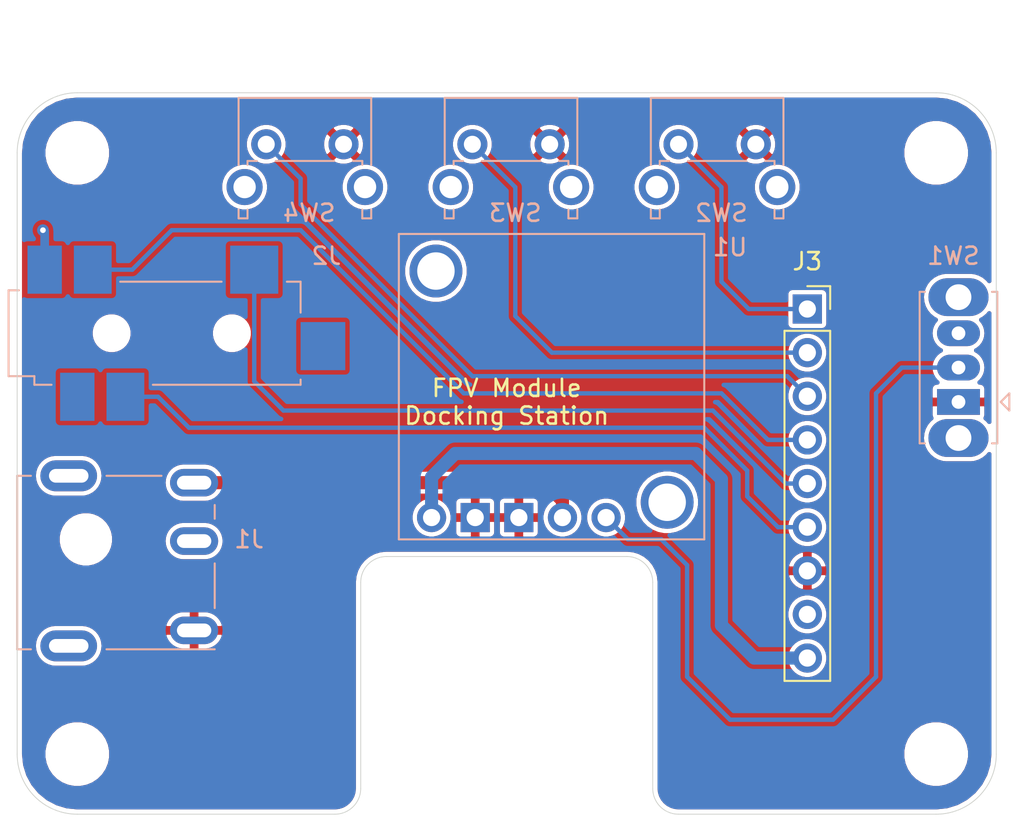
<source format=kicad_pcb>
(kicad_pcb (version 20171130) (host pcbnew "(5.1.9)-1")

  (general
    (thickness 1.6)
    (drawings 17)
    (tracks 55)
    (zones 0)
    (modules 12)
    (nets 16)
  )

  (page A4)
  (layers
    (0 F.Cu signal)
    (31 B.Cu signal)
    (36 B.SilkS user)
    (37 F.SilkS user)
    (38 B.Mask user)
    (39 F.Mask user)
    (42 Eco1.User user)
    (44 Edge.Cuts user)
    (45 Margin user)
    (46 B.CrtYd user)
    (47 F.CrtYd user)
  )

  (setup
    (last_trace_width 0.1524)
    (user_trace_width 0.254)
    (user_trace_width 0.508)
    (user_trace_width 0.762)
    (trace_clearance 0.1524)
    (zone_clearance 0.254)
    (zone_45_only no)
    (trace_min 0.1524)
    (via_size 0.6858)
    (via_drill 0.3302)
    (via_min_size 0.508)
    (via_min_drill 0.254)
    (uvia_size 0.6858)
    (uvia_drill 0.3302)
    (uvias_allowed no)
    (uvia_min_size 0)
    (uvia_min_drill 0)
    (edge_width 0.05)
    (segment_width 0.2)
    (pcb_text_width 0.3)
    (pcb_text_size 1.5 1.5)
    (mod_edge_width 0.12)
    (mod_text_size 1 1)
    (mod_text_width 0.15)
    (pad_size 1.524 1.524)
    (pad_drill 0.762)
    (pad_to_mask_clearance 0.000051)
    (solder_mask_min_width 0.000102)
    (aux_axis_origin 0 0)
    (grid_origin 110 125)
    (visible_elements 7FFFFFFF)
    (pcbplotparams
      (layerselection 0x010fc_ffffffff)
      (usegerberextensions false)
      (usegerberattributes true)
      (usegerberadvancedattributes true)
      (creategerberjobfile true)
      (excludeedgelayer true)
      (linewidth 0.100000)
      (plotframeref false)
      (viasonmask false)
      (mode 1)
      (useauxorigin false)
      (hpglpennumber 1)
      (hpglpenspeed 20)
      (hpglpendiameter 15.000000)
      (psnegative false)
      (psa4output false)
      (plotreference true)
      (plotvalue true)
      (plotinvisibletext false)
      (padsonsilk false)
      (subtractmaskfromsilk false)
      (outputformat 1)
      (mirror false)
      (drillshape 1)
      (scaleselection 1)
      (outputdirectory ""))
  )

  (net 0 "")
  (net 1 +BATT)
  (net 2 GND)
  (net 3 "Net-(J1-Pad3)")
  (net 4 "Net-(J2-PadR1N)")
  (net 5 /VIDEO)
  (net 6 /AUDIO_R)
  (net 7 /AUDIO_L)
  (net 8 "Net-(J2-PadTN)")
  (net 9 "Net-(J3-Pad1)")
  (net 10 "Net-(J3-Pad2)")
  (net 11 "Net-(J3-Pad3)")
  (net 12 "Net-(J3-Pad8)")
  (net 13 +5V)
  (net 14 "Net-(SW1-Pad2)")
  (net 15 "Net-(SW1-Pad3)")

  (net_class Default "This is the default net class."
    (clearance 0.1524)
    (trace_width 0.1524)
    (via_dia 0.6858)
    (via_drill 0.3302)
    (uvia_dia 0.6858)
    (uvia_drill 0.3302)
    (add_net +5V)
    (add_net +BATT)
    (add_net /AUDIO_L)
    (add_net /AUDIO_R)
    (add_net /VIDEO)
    (add_net GND)
    (add_net "Net-(J1-Pad3)")
    (add_net "Net-(J2-PadR1N)")
    (add_net "Net-(J2-PadTN)")
    (add_net "Net-(J3-Pad1)")
    (add_net "Net-(J3-Pad2)")
    (add_net "Net-(J3-Pad3)")
    (add_net "Net-(J3-Pad8)")
    (add_net "Net-(SW1-Pad2)")
    (add_net "Net-(SW1-Pad3)")
  )

  (net_class Power ""
    (clearance 0.1524)
    (trace_width 0.762)
    (via_dia 0.6858)
    (via_drill 0.3302)
    (uvia_dia 0.6858)
    (uvia_drill 0.3302)
  )

  (module fpv-module-dock:OS102011MA1QN1 (layer B.Cu) (tedit 6021F081) (tstamp 602256A8)
    (at 164.8 101 90)
    (descr "CuK miniature slide switch, OS series, SPDT, https://www.ckswitches.com/media/1428/os.pdf")
    (tags "switch SPDT")
    (path /60229E96)
    (fp_text reference SW1 (at 8.5 -0.3 180) (layer B.SilkS)
      (effects (font (size 1 1) (thickness 0.15)) (justify mirror))
    )
    (fp_text value SW_SPDT (at 2 -3 90) (layer B.Fab)
      (effects (font (size 1 1) (thickness 0.15)) (justify mirror))
    )
    (fp_text user %R (at 3.99 2.99 90) (layer B.Fab)
      (effects (font (size 1 1) (thickness 0.15)) (justify mirror))
    )
    (fp_line (start 0.5 2.15) (end 6.3 2.15) (layer B.Fab) (width 0.1))
    (fp_line (start 6.3 2.15) (end 6.3 -2.15) (layer B.Fab) (width 0.1))
    (fp_line (start 6.3 -2.15) (end -2.3 -2.15) (layer B.Fab) (width 0.1))
    (fp_line (start -2.3 -2.15) (end -2.3 2.15) (layer B.Fab) (width 0.1))
    (fp_line (start 0 1) (end 4 1) (layer B.Fab) (width 0.1))
    (fp_line (start 4 1) (end 4 -1) (layer B.Fab) (width 0.1))
    (fp_line (start 0 -1) (end 4 -1) (layer B.Fab) (width 0.1))
    (fp_line (start 0 1) (end 0 -1) (layer B.Fab) (width 0.1))
    (fp_line (start 0.66 1) (end 0.66 -1) (layer B.Fab) (width 0.1))
    (fp_line (start 1.34 1) (end 1.34 -1) (layer B.Fab) (width 0.1))
    (fp_line (start 2 1) (end 2 -1) (layer B.Fab) (width 0.1))
    (fp_line (start -2.3 2.15) (end -0.5 2.15) (layer B.Fab) (width 0.1))
    (fp_line (start -2.41 2.26) (end 6.41 2.26) (layer B.SilkS) (width 0.12))
    (fp_line (start 6.41 2.26) (end 6.41 1.95) (layer B.SilkS) (width 0.12))
    (fp_line (start 6.41 -2.26) (end -2.41 -2.26) (layer B.SilkS) (width 0.12))
    (fp_line (start -2.41 1.95) (end -2.41 2.26) (layer B.SilkS) (width 0.12))
    (fp_line (start -2.41 -2.26) (end -2.41 -1.95) (layer B.SilkS) (width 0.12))
    (fp_line (start 6.41 -2.26) (end 6.41 -1.95) (layer B.SilkS) (width 0.12))
    (fp_line (start -3.45 2.4) (end 7.45 2.4) (layer F.CrtYd) (width 0.05))
    (fp_line (start 7.45 2.4) (end 7.45 -2.4) (layer F.CrtYd) (width 0.05))
    (fp_line (start 7.45 -2.4) (end -3.45 -2.4) (layer F.CrtYd) (width 0.05))
    (fp_line (start -3.45 -2.4) (end -3.45 2.4) (layer F.CrtYd) (width 0.05))
    (fp_line (start -0.5 2.15) (end 0 1.65) (layer B.Fab) (width 0.1))
    (fp_line (start 0 1.65) (end 0.5 2.15) (layer B.Fab) (width 0.1))
    (fp_line (start -0.5 2.96) (end 0 2.46) (layer B.SilkS) (width 0.12))
    (fp_line (start 0 2.46) (end 0.5 2.96) (layer B.SilkS) (width 0.12))
    (fp_line (start 0.5 2.96) (end -0.5 2.96) (layer B.SilkS) (width 0.12))
    (pad "" thru_hole oval (at 6.1 0 90) (size 2.2 3.5) (drill 1.5) (layers *.Cu *.Mask))
    (pad "" thru_hole oval (at -2.1 0 90) (size 2.2 3.5) (drill 1.5) (layers *.Cu *.Mask))
    (pad 3 thru_hole oval (at 4 0 90) (size 1.5 2.5) (drill 0.8) (layers *.Cu *.Mask)
      (net 15 "Net-(SW1-Pad3)"))
    (pad 2 thru_hole oval (at 2 0 90) (size 1.5 2.5) (drill 0.8) (layers *.Cu *.Mask)
      (net 14 "Net-(SW1-Pad2)"))
    (pad 1 thru_hole rect (at 0 0 90) (size 1.5 2.5) (drill 0.8) (layers *.Cu *.Mask)
      (net 2 GND))
    (model ${KIPRJMOD}/3d-models/OS102011MA1QN1.stp
      (offset (xyz 2 0 4.3))
      (scale (xyz 1 1 1))
      (rotate (xyz -90 0 180))
    )
  )

  (module fpv-module-dock:2850 (layer B.Cu) (tedit 6021EDD5) (tstamp 6020B9B8)
    (at 150 109 180)
    (path /6022C2F7)
    (fp_text reference U1 (at -1.5 17) (layer B.SilkS)
      (effects (font (size 1 1) (thickness 0.15)) (justify mirror))
    )
    (fp_text value 2850 (at 0 0.5) (layer B.Fab)
      (effects (font (size 1 1) (thickness 0.15)) (justify mirror))
    )
    (fp_line (start 0 0) (end 0 17.78) (layer B.SilkS) (width 0.12))
    (fp_line (start 17.78 0) (end 0 0) (layer B.SilkS) (width 0.12))
    (fp_line (start 17.78 17.78) (end 17.78 0) (layer B.SilkS) (width 0.12))
    (fp_line (start 0 17.78) (end 17.78 17.78) (layer B.SilkS) (width 0.12))
    (pad "" thru_hole circle (at 15.621 15.621 180) (size 3.079999 3.079999) (drill 2.18) (layers *.Cu *.Mask))
    (pad "" thru_hole circle (at 2.159 2.159 180) (size 3.079999 3.079999) (drill 2.18) (layers *.Cu *.Mask))
    (pad 5 thru_hole circle (at 15.875 1.27 180) (size 1.7 1.7) (drill 1) (layers *.Cu *.Mask)
      (net 13 +5V))
    (pad 4 thru_hole rect (at 13.335 1.27 180) (size 1.7 1.7) (drill 1) (layers *.Cu *.Mask)
      (net 2 GND))
    (pad 3 thru_hole rect (at 10.795 1.27 180) (size 1.7 1.7) (drill 1) (layers *.Cu *.Mask)
      (net 2 GND))
    (pad 2 thru_hole circle (at 8.255 1.27 180) (size 1.7 1.7) (drill 1) (layers *.Cu *.Mask)
      (net 1 +BATT))
    (pad 1 thru_hole circle (at 5.715 1.27 180) (size 1.7 1.7) (drill 1) (layers *.Cu *.Mask)
      (net 14 "Net-(SW1-Pad2)"))
    (model ${KIPRJMOD}/3d-models/d24v25fx-step-down-voltage-regulator.step
      (offset (xyz 0 0 2.54))
      (scale (xyz 1 1 1))
      (rotate (xyz 0 0 0))
    )
    (model ${KISYS3DMOD}/Connector_PinHeader_2.54mm.3dshapes/PinHeader_1x05_P2.54mm_Vertical.wrl
      (offset (xyz 5.715 1.27 0))
      (scale (xyz 1 1 1))
      (rotate (xyz 0 0 -90))
    )
  )

  (module fpv-module-dock:PJ-051AH (layer B.Cu) (tedit 6021EDE0) (tstamp 6020B8F6)
    (at 110 109)
    (path /60205131)
    (fp_text reference J1 (at 13.5 0) (layer B.SilkS)
      (effects (font (size 1 1) (thickness 0.15)) (justify mirror))
    )
    (fp_text value Barrel_Jack_Switch (at 0 0.5) (layer B.Fab)
      (effects (font (size 1 1) (thickness 0.15)) (justify mirror))
    )
    (fp_line (start 11.5 -1.2) (end 11.5 -2) (layer B.SilkS) (width 0.12))
    (fp_line (start 11.5 4) (end 11.5 1.4) (layer B.SilkS) (width 0.12))
    (fp_line (start 5.2 -3.7) (end 8.4 -3.7) (layer B.SilkS) (width 0.12))
    (fp_line (start 5.2 6.4) (end 11.5 6.4) (layer B.SilkS) (width 0.12))
    (fp_line (start 0 -3.7) (end 0.8 -3.7) (layer B.SilkS) (width 0.12))
    (fp_line (start 0 6.4) (end 0 -3.7) (layer B.SilkS) (width 0.12))
    (fp_line (start 0 6.4) (end 0.8 6.4) (layer B.SilkS) (width 0.12))
    (pad "" np_thru_hole circle (at 4 0) (size 2.54 2.54) (drill 2.54) (layers *.Cu *.Mask))
    (pad "" thru_hole oval (at 3 6.2) (size 3.3 1.8) (drill oval 2.3 0.8) (layers *.Cu *.Mask))
    (pad "" thru_hole oval (at 3 -3.7) (size 3.3 1.8) (drill oval 2.3 0.8) (layers *.Cu *.Mask))
    (pad 3 thru_hole oval (at 10.3 0.1) (size 2.8 1.6) (drill oval 2 0.8) (layers *.Cu *.Mask)
      (net 3 "Net-(J1-Pad3)"))
    (pad 2 thru_hole oval (at 10.3 5.3) (size 2.8 1.6) (drill oval 2 0.8) (layers *.Cu *.Mask)
      (net 2 GND))
    (pad 1 thru_hole oval (at 10.3 -3.3) (size 2.8 1.6) (drill oval 2 0.8) (layers *.Cu *.Mask)
      (net 1 +BATT))
    (model ${KIPRJMOD}/3d-models/CUI_DEVICES_PJ-051AH.step
      (offset (xyz 0 1.25 0))
      (scale (xyz 1 1 1))
      (rotate (xyz -90 0 90))
    )
  )

  (module fpv-module-dock:SJ-43516-SMT (layer B.Cu) (tedit 6021EDE9) (tstamp 6020BEFE)
    (at 111 97)
    (path /60204525)
    (fp_text reference J2 (at 17 -4.5) (layer B.SilkS)
      (effects (font (size 1 1) (thickness 0.15)) (justify mirror))
    )
    (fp_text value AudioJack4_SwitchTR1 (at 7 0) (layer B.Fab)
      (effects (font (size 1 1) (thickness 0.15)) (justify mirror))
    )
    (fp_line (start 6.9 3) (end 15.5 3) (layer B.SilkS) (width 0.12))
    (fp_line (start 15.5 3) (end 15.5 2.7) (layer B.SilkS) (width 0.12))
    (fp_line (start 15.5 -1.2) (end 15.5 -3) (layer B.SilkS) (width 0.12))
    (fp_line (start 15.5 -3) (end 14.7 -3) (layer B.SilkS) (width 0.12))
    (fp_line (start 10.9 -3) (end 5 -3) (layer B.SilkS) (width 0.12))
    (fp_line (start 1 3) (end 0 3) (layer B.SilkS) (width 0.12))
    (fp_line (start 0 3) (end 0 2.5) (layer B.SilkS) (width 0.12))
    (fp_line (start 0 2.5) (end -1.5 2.5) (layer B.SilkS) (width 0.12))
    (fp_line (start -1.5 2.5) (end -1.5 -2.5) (layer B.SilkS) (width 0.12))
    (fp_line (start -1.5 -2.5) (end -0.9 -2.5) (layer B.SilkS) (width 0.12))
    (pad "" np_thru_hole circle (at 11.5 0) (size 1.7 1.7) (drill 1.7) (layers *.Cu *.Mask))
    (pad "" np_thru_hole circle (at 4.5 0) (size 1.7 1.7) (drill 1.7) (layers *.Cu *.Mask))
    (pad TN smd rect (at 16.8 0.75) (size 2.6 2.8) (layers B.Cu B.Paste B.Mask)
      (net 8 "Net-(J2-PadTN)"))
    (pad T smd rect (at 12.8 -3.7) (size 2.8 2.8) (layers B.Cu B.Paste B.Mask)
      (net 7 /AUDIO_L))
    (pad R1 smd rect (at 5.3 3.7) (size 2.2 2.8) (layers B.Cu B.Paste B.Mask)
      (net 6 /AUDIO_R))
    (pad R2 smd rect (at 3.4 -3.7) (size 2.2 2.8) (layers B.Cu B.Paste B.Mask)
      (net 5 /VIDEO))
    (pad R1N smd rect (at 2.5 3.7) (size 2 2.8) (layers B.Cu B.Paste B.Mask)
      (net 4 "Net-(J2-PadR1N)"))
    (pad S smd rect (at 0.6 -3.7) (size 2 2.8) (layers B.Cu B.Paste B.Mask)
      (net 2 GND))
    (model ${KIPRJMOD}/3d-models/CUI_DEVICES_SJ-43515TS-SMT-TR.step
      (offset (xyz 0 0 2.6))
      (scale (xyz 1 1 1))
      (rotate (xyz -90 0 180))
    )
  )

  (module Connector_PinSocket_2.54mm:PinSocket_1x09_P2.54mm_Vertical (layer F.Cu) (tedit 5A19A431) (tstamp 6020A0CB)
    (at 156 95.59)
    (descr "Through hole straight socket strip, 1x09, 2.54mm pitch, single row (from Kicad 4.0.7), script generated")
    (tags "Through hole socket strip THT 1x09 2.54mm single row")
    (path /60206139)
    (fp_text reference J3 (at 0 -2.77) (layer F.SilkS)
      (effects (font (size 1 1) (thickness 0.15)))
    )
    (fp_text value Conn_01x09 (at 0 23.09) (layer F.Fab)
      (effects (font (size 1 1) (thickness 0.15)))
    )
    (fp_line (start -1.27 -1.27) (end 0.635 -1.27) (layer F.Fab) (width 0.1))
    (fp_line (start 0.635 -1.27) (end 1.27 -0.635) (layer F.Fab) (width 0.1))
    (fp_line (start 1.27 -0.635) (end 1.27 21.59) (layer F.Fab) (width 0.1))
    (fp_line (start 1.27 21.59) (end -1.27 21.59) (layer F.Fab) (width 0.1))
    (fp_line (start -1.27 21.59) (end -1.27 -1.27) (layer F.Fab) (width 0.1))
    (fp_line (start -1.33 1.27) (end 1.33 1.27) (layer F.SilkS) (width 0.12))
    (fp_line (start -1.33 1.27) (end -1.33 21.65) (layer F.SilkS) (width 0.12))
    (fp_line (start -1.33 21.65) (end 1.33 21.65) (layer F.SilkS) (width 0.12))
    (fp_line (start 1.33 1.27) (end 1.33 21.65) (layer F.SilkS) (width 0.12))
    (fp_line (start 1.33 -1.33) (end 1.33 0) (layer F.SilkS) (width 0.12))
    (fp_line (start 0 -1.33) (end 1.33 -1.33) (layer F.SilkS) (width 0.12))
    (fp_line (start -1.8 -1.8) (end 1.75 -1.8) (layer F.CrtYd) (width 0.05))
    (fp_line (start 1.75 -1.8) (end 1.75 22.1) (layer F.CrtYd) (width 0.05))
    (fp_line (start 1.75 22.1) (end -1.8 22.1) (layer F.CrtYd) (width 0.05))
    (fp_line (start -1.8 22.1) (end -1.8 -1.8) (layer F.CrtYd) (width 0.05))
    (fp_text user %R (at 0 10.16 90) (layer F.Fab)
      (effects (font (size 1 1) (thickness 0.15)))
    )
    (pad 1 thru_hole rect (at 0 0) (size 1.7 1.7) (drill 1) (layers *.Cu *.Mask)
      (net 9 "Net-(J3-Pad1)"))
    (pad 2 thru_hole oval (at 0 2.54) (size 1.7 1.7) (drill 1) (layers *.Cu *.Mask)
      (net 10 "Net-(J3-Pad2)"))
    (pad 3 thru_hole oval (at 0 5.08) (size 1.7 1.7) (drill 1) (layers *.Cu *.Mask)
      (net 11 "Net-(J3-Pad3)"))
    (pad 4 thru_hole oval (at 0 7.62) (size 1.7 1.7) (drill 1) (layers *.Cu *.Mask)
      (net 5 /VIDEO))
    (pad 5 thru_hole oval (at 0 10.16) (size 1.7 1.7) (drill 1) (layers *.Cu *.Mask)
      (net 7 /AUDIO_L))
    (pad 6 thru_hole oval (at 0 12.7) (size 1.7 1.7) (drill 1) (layers *.Cu *.Mask)
      (net 6 /AUDIO_R))
    (pad 7 thru_hole oval (at 0 15.24) (size 1.7 1.7) (drill 1) (layers *.Cu *.Mask)
      (net 2 GND))
    (pad 8 thru_hole oval (at 0 17.78) (size 1.7 1.7) (drill 1) (layers *.Cu *.Mask)
      (net 12 "Net-(J3-Pad8)"))
    (pad 9 thru_hole oval (at 0 20.32) (size 1.7 1.7) (drill 1) (layers *.Cu *.Mask)
      (net 13 +5V))
    (model ${KISYS3DMOD}/Connector_PinSocket_2.54mm.3dshapes/PinSocket_1x09_P2.54mm_Vertical.wrl
      (at (xyz 0 0 0))
      (scale (xyz 1 1 1))
      (rotate (xyz 0 0 0))
    )
  )

  (module Button_Switch_THT:SW_Tactile_SPST_Angled_PTS645Vx83-2LFS (layer B.Cu) (tedit 5A02FE31) (tstamp 602234E9)
    (at 153 86 180)
    (descr "tactile switch SPST right angle, PTS645VL83-2 LFS")
    (tags "tactile switch SPST angled PTS645VL83-2 LFS C&K Button")
    (path /6020FD90)
    (fp_text reference SW2 (at 2 -4 180) (layer B.SilkS)
      (effects (font (size 1 1) (thickness 0.15)) (justify mirror))
    )
    (fp_text value SW_Push (at 2.25 -5.38988 180) (layer B.Fab)
      (effects (font (size 1 1) (thickness 0.15)) (justify mirror))
    )
    (fp_line (start 0.5 8.35) (end 0.5 2.59) (layer B.Fab) (width 0.1))
    (fp_line (start 4 8.35) (end 4 2.59) (layer B.Fab) (width 0.1))
    (fp_line (start 0.5 8.35) (end 4 8.35) (layer B.Fab) (width 0.1))
    (fp_line (start -1.09 -0.97) (end -1.09 -1.2) (layer B.SilkS) (width 0.12))
    (fp_line (start 5.7 -4.2) (end 5.7 -0.86) (layer B.Fab) (width 0.1))
    (fp_line (start -1.5 -4.2) (end -1.2 -4.2) (layer B.Fab) (width 0.1))
    (fp_line (start -1.2 -0.86) (end 5.7 -0.86) (layer B.Fab) (width 0.1))
    (fp_line (start 6 -4.2) (end 6 2.59) (layer B.Fab) (width 0.1))
    (fp_line (start -2.5 2.8) (end 7.05 2.8) (layer B.CrtYd) (width 0.05))
    (fp_line (start 7.05 2.8) (end 7.05 -4.45) (layer B.CrtYd) (width 0.05))
    (fp_line (start 7.05 -4.45) (end -2.5 -4.45) (layer B.CrtYd) (width 0.05))
    (fp_line (start -2.5 -4.45) (end -2.5 2.8) (layer B.CrtYd) (width 0.05))
    (fp_line (start -1.61 2.7) (end 6.11 2.7) (layer B.SilkS) (width 0.12))
    (fp_line (start 6.11 2.7) (end 6.11 -1.2) (layer B.SilkS) (width 0.12))
    (fp_line (start -1.61 -4.31) (end -1.09 -4.31) (layer B.SilkS) (width 0.12))
    (fp_line (start -1.61 2.7) (end -1.61 -1.2) (layer B.SilkS) (width 0.12))
    (fp_line (start -1.5 2.59) (end 6 2.59) (layer B.Fab) (width 0.1))
    (fp_line (start -1.5 -4.2) (end -1.5 2.59) (layer B.Fab) (width 0.1))
    (fp_line (start 5.7 -4.2) (end 6 -4.2) (layer B.Fab) (width 0.1))
    (fp_line (start -1.2 -4.2) (end -1.2 -0.86) (layer B.Fab) (width 0.1))
    (fp_line (start 5.59 -0.97) (end 5.59 -1.2) (layer B.SilkS) (width 0.12))
    (fp_line (start -1.09 -3.8) (end -1.09 -4.31) (layer B.SilkS) (width 0.12))
    (fp_line (start -1.61 -3.8) (end -1.61 -4.31) (layer B.SilkS) (width 0.12))
    (fp_line (start 5.05 -0.97) (end 5.59 -0.97) (layer B.SilkS) (width 0.12))
    (fp_line (start 5.59 -3.8) (end 5.59 -4.31) (layer B.SilkS) (width 0.12))
    (fp_line (start 5.59 -4.31) (end 6.11 -4.31) (layer B.SilkS) (width 0.12))
    (fp_line (start 6.11 -3.8) (end 6.11 -4.31) (layer B.SilkS) (width 0.12))
    (fp_line (start -1.09 -0.97) (end -0.55 -0.97) (layer B.SilkS) (width 0.12))
    (fp_line (start 0.55 -0.97) (end 3.95 -0.97) (layer B.SilkS) (width 0.12))
    (fp_text user %R (at 2.25 -1.68 180) (layer B.Fab)
      (effects (font (size 1 1) (thickness 0.15)) (justify mirror))
    )
    (pad "" thru_hole circle (at 5.76 -2.49 180) (size 2.1 2.1) (drill 1.3) (layers *.Cu *.Mask))
    (pad 2 thru_hole circle (at 4.5 0 180) (size 1.75 1.75) (drill 0.99) (layers *.Cu *.Mask)
      (net 9 "Net-(J3-Pad1)"))
    (pad 1 thru_hole circle (at 0 0 180) (size 1.75 1.75) (drill 0.99) (layers *.Cu *.Mask)
      (net 2 GND))
    (pad "" thru_hole circle (at -1.25 -2.49 180) (size 2.1 2.1) (drill 1.3) (layers *.Cu *.Mask))
    (model ${KISYS3DMOD}/Button_Switch_THT.3dshapes/SW_Tactile_SPST_Angled_PTS645Vx83-2LFS.wrl
      (at (xyz 0 0 0))
      (scale (xyz 1 1 1))
      (rotate (xyz 0 0 0))
    )
  )

  (module Button_Switch_THT:SW_Tactile_SPST_Angled_PTS645Vx83-2LFS (layer B.Cu) (tedit 5A02FE31) (tstamp 6022350E)
    (at 141 86 180)
    (descr "tactile switch SPST right angle, PTS645VL83-2 LFS")
    (tags "tactile switch SPST angled PTS645VL83-2 LFS C&K Button")
    (path /602126F7)
    (fp_text reference SW3 (at 2 -4 180) (layer B.SilkS)
      (effects (font (size 1 1) (thickness 0.15)) (justify mirror))
    )
    (fp_text value SW_Push (at 2.25 -5.38988 180) (layer B.Fab)
      (effects (font (size 1 1) (thickness 0.15)) (justify mirror))
    )
    (fp_line (start 0.55 -0.97) (end 3.95 -0.97) (layer B.SilkS) (width 0.12))
    (fp_line (start -1.09 -0.97) (end -0.55 -0.97) (layer B.SilkS) (width 0.12))
    (fp_line (start 6.11 -3.8) (end 6.11 -4.31) (layer B.SilkS) (width 0.12))
    (fp_line (start 5.59 -4.31) (end 6.11 -4.31) (layer B.SilkS) (width 0.12))
    (fp_line (start 5.59 -3.8) (end 5.59 -4.31) (layer B.SilkS) (width 0.12))
    (fp_line (start 5.05 -0.97) (end 5.59 -0.97) (layer B.SilkS) (width 0.12))
    (fp_line (start -1.61 -3.8) (end -1.61 -4.31) (layer B.SilkS) (width 0.12))
    (fp_line (start -1.09 -3.8) (end -1.09 -4.31) (layer B.SilkS) (width 0.12))
    (fp_line (start 5.59 -0.97) (end 5.59 -1.2) (layer B.SilkS) (width 0.12))
    (fp_line (start -1.2 -4.2) (end -1.2 -0.86) (layer B.Fab) (width 0.1))
    (fp_line (start 5.7 -4.2) (end 6 -4.2) (layer B.Fab) (width 0.1))
    (fp_line (start -1.5 -4.2) (end -1.5 2.59) (layer B.Fab) (width 0.1))
    (fp_line (start -1.5 2.59) (end 6 2.59) (layer B.Fab) (width 0.1))
    (fp_line (start -1.61 2.7) (end -1.61 -1.2) (layer B.SilkS) (width 0.12))
    (fp_line (start -1.61 -4.31) (end -1.09 -4.31) (layer B.SilkS) (width 0.12))
    (fp_line (start 6.11 2.7) (end 6.11 -1.2) (layer B.SilkS) (width 0.12))
    (fp_line (start -1.61 2.7) (end 6.11 2.7) (layer B.SilkS) (width 0.12))
    (fp_line (start -2.5 -4.45) (end -2.5 2.8) (layer B.CrtYd) (width 0.05))
    (fp_line (start 7.05 -4.45) (end -2.5 -4.45) (layer B.CrtYd) (width 0.05))
    (fp_line (start 7.05 2.8) (end 7.05 -4.45) (layer B.CrtYd) (width 0.05))
    (fp_line (start -2.5 2.8) (end 7.05 2.8) (layer B.CrtYd) (width 0.05))
    (fp_line (start 6 -4.2) (end 6 2.59) (layer B.Fab) (width 0.1))
    (fp_line (start -1.2 -0.86) (end 5.7 -0.86) (layer B.Fab) (width 0.1))
    (fp_line (start -1.5 -4.2) (end -1.2 -4.2) (layer B.Fab) (width 0.1))
    (fp_line (start 5.7 -4.2) (end 5.7 -0.86) (layer B.Fab) (width 0.1))
    (fp_line (start -1.09 -0.97) (end -1.09 -1.2) (layer B.SilkS) (width 0.12))
    (fp_line (start 0.5 8.35) (end 4 8.35) (layer B.Fab) (width 0.1))
    (fp_line (start 4 8.35) (end 4 2.59) (layer B.Fab) (width 0.1))
    (fp_line (start 0.5 8.35) (end 0.5 2.59) (layer B.Fab) (width 0.1))
    (fp_text user %R (at 2.25 -1.68 180) (layer B.Fab)
      (effects (font (size 1 1) (thickness 0.15)) (justify mirror))
    )
    (pad "" thru_hole circle (at -1.25 -2.49 180) (size 2.1 2.1) (drill 1.3) (layers *.Cu *.Mask))
    (pad 1 thru_hole circle (at 0 0 180) (size 1.75 1.75) (drill 0.99) (layers *.Cu *.Mask)
      (net 2 GND))
    (pad 2 thru_hole circle (at 4.5 0 180) (size 1.75 1.75) (drill 0.99) (layers *.Cu *.Mask)
      (net 10 "Net-(J3-Pad2)"))
    (pad "" thru_hole circle (at 5.76 -2.49 180) (size 2.1 2.1) (drill 1.3) (layers *.Cu *.Mask))
    (model ${KISYS3DMOD}/Button_Switch_THT.3dshapes/SW_Tactile_SPST_Angled_PTS645Vx83-2LFS.wrl
      (at (xyz 0 0 0))
      (scale (xyz 1 1 1))
      (rotate (xyz 0 0 0))
    )
  )

  (module Button_Switch_THT:SW_Tactile_SPST_Angled_PTS645Vx83-2LFS (layer B.Cu) (tedit 5A02FE31) (tstamp 60224F5B)
    (at 129 86 180)
    (descr "tactile switch SPST right angle, PTS645VL83-2 LFS")
    (tags "tactile switch SPST angled PTS645VL83-2 LFS C&K Button")
    (path /60212A6D)
    (fp_text reference SW4 (at 2 -4 180) (layer B.SilkS)
      (effects (font (size 1 1) (thickness 0.15)) (justify mirror))
    )
    (fp_text value SW_Push (at 2.25 -5.38988 180) (layer B.Fab)
      (effects (font (size 1 1) (thickness 0.15)) (justify mirror))
    )
    (fp_line (start 0.5 8.35) (end 0.5 2.59) (layer B.Fab) (width 0.1))
    (fp_line (start 4 8.35) (end 4 2.59) (layer B.Fab) (width 0.1))
    (fp_line (start 0.5 8.35) (end 4 8.35) (layer B.Fab) (width 0.1))
    (fp_line (start -1.09 -0.97) (end -1.09 -1.2) (layer B.SilkS) (width 0.12))
    (fp_line (start 5.7 -4.2) (end 5.7 -0.86) (layer B.Fab) (width 0.1))
    (fp_line (start -1.5 -4.2) (end -1.2 -4.2) (layer B.Fab) (width 0.1))
    (fp_line (start -1.2 -0.86) (end 5.7 -0.86) (layer B.Fab) (width 0.1))
    (fp_line (start 6 -4.2) (end 6 2.59) (layer B.Fab) (width 0.1))
    (fp_line (start -2.5 2.8) (end 7.05 2.8) (layer B.CrtYd) (width 0.05))
    (fp_line (start 7.05 2.8) (end 7.05 -4.45) (layer B.CrtYd) (width 0.05))
    (fp_line (start 7.05 -4.45) (end -2.5 -4.45) (layer B.CrtYd) (width 0.05))
    (fp_line (start -2.5 -4.45) (end -2.5 2.8) (layer B.CrtYd) (width 0.05))
    (fp_line (start -1.61 2.7) (end 6.11 2.7) (layer B.SilkS) (width 0.12))
    (fp_line (start 6.11 2.7) (end 6.11 -1.2) (layer B.SilkS) (width 0.12))
    (fp_line (start -1.61 -4.31) (end -1.09 -4.31) (layer B.SilkS) (width 0.12))
    (fp_line (start -1.61 2.7) (end -1.61 -1.2) (layer B.SilkS) (width 0.12))
    (fp_line (start -1.5 2.59) (end 6 2.59) (layer B.Fab) (width 0.1))
    (fp_line (start -1.5 -4.2) (end -1.5 2.59) (layer B.Fab) (width 0.1))
    (fp_line (start 5.7 -4.2) (end 6 -4.2) (layer B.Fab) (width 0.1))
    (fp_line (start -1.2 -4.2) (end -1.2 -0.86) (layer B.Fab) (width 0.1))
    (fp_line (start 5.59 -0.97) (end 5.59 -1.2) (layer B.SilkS) (width 0.12))
    (fp_line (start -1.09 -3.8) (end -1.09 -4.31) (layer B.SilkS) (width 0.12))
    (fp_line (start -1.61 -3.8) (end -1.61 -4.31) (layer B.SilkS) (width 0.12))
    (fp_line (start 5.05 -0.97) (end 5.59 -0.97) (layer B.SilkS) (width 0.12))
    (fp_line (start 5.59 -3.8) (end 5.59 -4.31) (layer B.SilkS) (width 0.12))
    (fp_line (start 5.59 -4.31) (end 6.11 -4.31) (layer B.SilkS) (width 0.12))
    (fp_line (start 6.11 -3.8) (end 6.11 -4.31) (layer B.SilkS) (width 0.12))
    (fp_line (start -1.09 -0.97) (end -0.55 -0.97) (layer B.SilkS) (width 0.12))
    (fp_line (start 0.55 -0.97) (end 3.95 -0.97) (layer B.SilkS) (width 0.12))
    (fp_text user %R (at 2.25 -1.68 180) (layer B.Fab)
      (effects (font (size 1 1) (thickness 0.15)) (justify mirror))
    )
    (pad "" thru_hole circle (at 5.76 -2.49 180) (size 2.1 2.1) (drill 1.3) (layers *.Cu *.Mask))
    (pad 2 thru_hole circle (at 4.5 0 180) (size 1.75 1.75) (drill 0.99) (layers *.Cu *.Mask)
      (net 11 "Net-(J3-Pad3)"))
    (pad 1 thru_hole circle (at 0 0 180) (size 1.75 1.75) (drill 0.99) (layers *.Cu *.Mask)
      (net 2 GND))
    (pad "" thru_hole circle (at -1.25 -2.49 180) (size 2.1 2.1) (drill 1.3) (layers *.Cu *.Mask))
    (model ${KISYS3DMOD}/Button_Switch_THT.3dshapes/SW_Tactile_SPST_Angled_PTS645Vx83-2LFS.wrl
      (at (xyz 0 0 0))
      (scale (xyz 1 1 1))
      (rotate (xyz 0 0 0))
    )
  )

  (module MountingHole:MountingHole_3.2mm_M3 (layer F.Cu) (tedit 56D1B4CB) (tstamp 60225173)
    (at 113.5 86.5)
    (descr "Mounting Hole 3.2mm, no annular, M3")
    (tags "mounting hole 3.2mm no annular m3")
    (path /60207227)
    (attr virtual)
    (fp_text reference H1 (at 0 -4.2) (layer F.SilkS) hide
      (effects (font (size 1 1) (thickness 0.15)))
    )
    (fp_text value MountingHole (at 0 4.2) (layer F.Fab)
      (effects (font (size 1 1) (thickness 0.15)))
    )
    (fp_circle (center 0 0) (end 3.2 0) (layer Cmts.User) (width 0.15))
    (fp_circle (center 0 0) (end 3.45 0) (layer F.CrtYd) (width 0.05))
    (fp_text user %R (at 0.3 0) (layer F.Fab)
      (effects (font (size 1 1) (thickness 0.15)))
    )
    (pad 1 np_thru_hole circle (at 0 0) (size 3.2 3.2) (drill 3.2) (layers *.Cu *.Mask))
  )

  (module MountingHole:MountingHole_3.2mm_M3 (layer F.Cu) (tedit 56D1B4CB) (tstamp 6022517A)
    (at 163.5 86.5)
    (descr "Mounting Hole 3.2mm, no annular, M3")
    (tags "mounting hole 3.2mm no annular m3")
    (path /60209029)
    (attr virtual)
    (fp_text reference H2 (at 0 -4.2) (layer F.SilkS) hide
      (effects (font (size 1 1) (thickness 0.15)))
    )
    (fp_text value MountingHole (at 0 4.2) (layer F.Fab)
      (effects (font (size 1 1) (thickness 0.15)))
    )
    (fp_circle (center 0 0) (end 3.45 0) (layer F.CrtYd) (width 0.05))
    (fp_circle (center 0 0) (end 3.2 0) (layer Cmts.User) (width 0.15))
    (fp_text user %R (at 0.3 0) (layer F.Fab)
      (effects (font (size 1 1) (thickness 0.15)))
    )
    (pad 1 np_thru_hole circle (at 0 0) (size 3.2 3.2) (drill 3.2) (layers *.Cu *.Mask))
  )

  (module MountingHole:MountingHole_3.2mm_M3 (layer F.Cu) (tedit 56D1B4CB) (tstamp 60225181)
    (at 163.5 121.5)
    (descr "Mounting Hole 3.2mm, no annular, M3")
    (tags "mounting hole 3.2mm no annular m3")
    (path /602091AF)
    (attr virtual)
    (fp_text reference H3 (at 0 -4.2) (layer F.SilkS) hide
      (effects (font (size 1 1) (thickness 0.15)))
    )
    (fp_text value MountingHole (at 0 4.2) (layer F.Fab)
      (effects (font (size 1 1) (thickness 0.15)))
    )
    (fp_circle (center 0 0) (end 3.2 0) (layer Cmts.User) (width 0.15))
    (fp_circle (center 0 0) (end 3.45 0) (layer F.CrtYd) (width 0.05))
    (fp_text user %R (at 0.3 0) (layer F.Fab)
      (effects (font (size 1 1) (thickness 0.15)))
    )
    (pad 1 np_thru_hole circle (at 0 0) (size 3.2 3.2) (drill 3.2) (layers *.Cu *.Mask))
  )

  (module MountingHole:MountingHole_3.2mm_M3 (layer F.Cu) (tedit 56D1B4CB) (tstamp 60225188)
    (at 113.5 121.5)
    (descr "Mounting Hole 3.2mm, no annular, M3")
    (tags "mounting hole 3.2mm no annular m3")
    (path /60209384)
    (attr virtual)
    (fp_text reference H4 (at 0 -4.2) (layer F.SilkS) hide
      (effects (font (size 1 1) (thickness 0.15)))
    )
    (fp_text value MountingHole (at 0 4.2) (layer F.Fab)
      (effects (font (size 1 1) (thickness 0.15)))
    )
    (fp_circle (center 0 0) (end 3.45 0) (layer F.CrtYd) (width 0.05))
    (fp_circle (center 0 0) (end 3.2 0) (layer Cmts.User) (width 0.15))
    (fp_text user %R (at 0.3 0) (layer F.Fab)
      (effects (font (size 1 1) (thickness 0.15)))
    )
    (pad 1 np_thru_hole circle (at 0 0) (size 3.2 3.2) (drill 3.2) (layers *.Cu *.Mask))
  )

  (gr_text "FPV Module\nDocking Station" (at 138.5 101) (layer F.SilkS)
    (effects (font (size 1 1) (thickness 0.15)))
  )
  (gr_arc (start 113.5 121.5) (end 110 121.5) (angle -90) (layer Edge.Cuts) (width 0.05))
  (gr_arc (start 163.5 121.5) (end 163.5 125) (angle -90) (layer Edge.Cuts) (width 0.05))
  (gr_arc (start 163.5 86.5) (end 167 86.5) (angle -90) (layer Edge.Cuts) (width 0.05))
  (gr_arc (start 113.5 86.5) (end 113.5 83) (angle -90) (layer Edge.Cuts) (width 0.05))
  (gr_arc (start 148.5 123.5) (end 147 123.5) (angle -90) (layer Edge.Cuts) (width 0.05))
  (gr_arc (start 145.5 111.5) (end 147 111.5) (angle -90) (layer Edge.Cuts) (width 0.05))
  (gr_arc (start 131.5 111.5) (end 131.5 110) (angle -90) (layer Edge.Cuts) (width 0.05))
  (gr_arc (start 128.5 123.5) (end 128.5 125) (angle -90) (layer Edge.Cuts) (width 0.05))
  (gr_line (start 131.5 110) (end 145.5 110) (layer Edge.Cuts) (width 0.05) (tstamp 6020BF7B))
  (gr_line (start 130 123.5) (end 130 111.5) (layer Edge.Cuts) (width 0.05))
  (gr_line (start 147 123.5) (end 147 111.5) (layer Edge.Cuts) (width 0.05))
  (gr_line (start 163.5 125) (end 148.5 125) (layer Edge.Cuts) (width 0.05))
  (gr_line (start 128.5 125) (end 113.5 125) (layer Edge.Cuts) (width 0.05) (tstamp 6020BF7A))
  (gr_line (start 110 86.5) (end 110 121.5) (layer Edge.Cuts) (width 0.05) (tstamp 6020BD3B))
  (gr_line (start 163.5 83) (end 113.5 83) (layer Edge.Cuts) (width 0.05))
  (gr_line (start 167 121.5) (end 167 86.5) (layer Edge.Cuts) (width 0.05))

  (segment (start 120.3 105.7) (end 140.7 105.7) (width 0.762) (layer F.Cu) (net 1))
  (segment (start 141.745 106.745) (end 141.745 107.73) (width 0.762) (layer F.Cu) (net 1))
  (segment (start 140.7 105.7) (end 141.745 106.745) (width 0.762) (layer F.Cu) (net 1))
  (via (at 111.5 91) (size 0.6858) (drill 0.3302) (layers F.Cu B.Cu) (net 2))
  (segment (start 111.6 91.1) (end 111.5 91) (width 0.508) (layer B.Cu) (net 2))
  (segment (start 111.6 93.3) (end 111.6 91.1) (width 0.508) (layer B.Cu) (net 2))
  (segment (start 114.4 93.3) (end 116.7 93.3) (width 0.254) (layer B.Cu) (net 5))
  (segment (start 116.7 93.3) (end 119 91) (width 0.254) (layer B.Cu) (net 5))
  (segment (start 119 91) (end 126.5 91) (width 0.254) (layer B.Cu) (net 5))
  (segment (start 136 100.5) (end 151 100.5) (width 0.254) (layer B.Cu) (net 5))
  (segment (start 126.5 91) (end 136 100.5) (width 0.254) (layer B.Cu) (net 5))
  (segment (start 151 100.5) (end 153.71 103.21) (width 0.254) (layer B.Cu) (net 5))
  (segment (start 153.71 103.21) (end 156 103.21) (width 0.254) (layer B.Cu) (net 5))
  (segment (start 156 108.29) (end 154.29 108.29) (width 0.254) (layer B.Cu) (net 6))
  (segment (start 154.29 108.29) (end 152.5 106.5) (width 0.254) (layer B.Cu) (net 6))
  (segment (start 120 102.5) (end 118.2 100.7) (width 0.254) (layer B.Cu) (net 6))
  (segment (start 152.5 106.5) (end 152.5 105) (width 0.254) (layer B.Cu) (net 6))
  (segment (start 152.5 105) (end 150 102.5) (width 0.254) (layer B.Cu) (net 6))
  (segment (start 150 102.5) (end 120 102.5) (width 0.254) (layer B.Cu) (net 6))
  (segment (start 118.2 100.7) (end 116.3 100.7) (width 0.254) (layer B.Cu) (net 6))
  (segment (start 123.8 99.8) (end 123.8 93.3) (width 0.254) (layer B.Cu) (net 7))
  (segment (start 125.5 101.5) (end 123.8 99.8) (width 0.254) (layer B.Cu) (net 7))
  (segment (start 150.5 101.5) (end 125.5 101.5) (width 0.254) (layer B.Cu) (net 7))
  (segment (start 154.75 105.75) (end 150.5 101.5) (width 0.254) (layer B.Cu) (net 7))
  (segment (start 156 105.75) (end 154.75 105.75) (width 0.254) (layer B.Cu) (net 7))
  (segment (start 151 88.5) (end 148.5 86) (width 0.254) (layer B.Cu) (net 9))
  (segment (start 151 94) (end 151 88.5) (width 0.254) (layer B.Cu) (net 9))
  (segment (start 152.59 95.59) (end 151 94) (width 0.254) (layer B.Cu) (net 9))
  (segment (start 156 95.59) (end 152.59 95.59) (width 0.254) (layer B.Cu) (net 9))
  (segment (start 156 98.13) (end 141.13 98.13) (width 0.254) (layer B.Cu) (net 10))
  (segment (start 141.13 98.13) (end 139 96) (width 0.254) (layer B.Cu) (net 10))
  (segment (start 139 88.5) (end 136.5 86) (width 0.254) (layer B.Cu) (net 10))
  (segment (start 139 96) (end 139 88.5) (width 0.254) (layer B.Cu) (net 10))
  (segment (start 156 100.67) (end 154.83 99.5) (width 0.254) (layer B.Cu) (net 11))
  (segment (start 154.83 99.5) (end 136.5 99.5) (width 0.254) (layer B.Cu) (net 11))
  (segment (start 136.5 99.5) (end 126.5 89.5) (width 0.254) (layer B.Cu) (net 11))
  (segment (start 126.5 89.5) (end 126.5 88) (width 0.254) (layer B.Cu) (net 11))
  (segment (start 126.5 88) (end 124.5 86) (width 0.254) (layer B.Cu) (net 11))
  (segment (start 156 115.91) (end 152.91 115.91) (width 0.762) (layer B.Cu) (net 13))
  (segment (start 152.91 115.91) (end 151 114) (width 0.762) (layer B.Cu) (net 13))
  (segment (start 151 114) (end 151 105.5) (width 0.762) (layer B.Cu) (net 13))
  (segment (start 151 105.5) (end 149.5 104) (width 0.762) (layer B.Cu) (net 13))
  (segment (start 149.5 104) (end 135.5 104) (width 0.762) (layer B.Cu) (net 13))
  (segment (start 134.125 105.375) (end 134.125 107.73) (width 0.762) (layer B.Cu) (net 13))
  (segment (start 135.5 104) (end 134.125 105.375) (width 0.762) (layer B.Cu) (net 13))
  (segment (start 161.5 99) (end 164.8 99) (width 0.254) (layer B.Cu) (net 14))
  (segment (start 160 117) (end 160 100.5) (width 0.254) (layer B.Cu) (net 14))
  (segment (start 157.5 119.5) (end 160 117) (width 0.254) (layer B.Cu) (net 14))
  (segment (start 149 117) (end 151.5 119.5) (width 0.254) (layer B.Cu) (net 14))
  (segment (start 149 110.5) (end 149 117) (width 0.254) (layer B.Cu) (net 14))
  (segment (start 160 100.5) (end 161.5 99) (width 0.254) (layer B.Cu) (net 14))
  (segment (start 147.5 109) (end 149 110.5) (width 0.254) (layer B.Cu) (net 14))
  (segment (start 151.5 119.5) (end 157.5 119.5) (width 0.254) (layer B.Cu) (net 14))
  (segment (start 145.555 109) (end 147.5 109) (width 0.254) (layer B.Cu) (net 14))
  (segment (start 144.285 107.73) (end 145.555 109) (width 0.254) (layer B.Cu) (net 14))

  (zone (net 2) (net_name GND) (layer F.Cu) (tstamp 0) (hatch edge 0.508)
    (connect_pads (clearance 0.254))
    (min_thickness 0.254)
    (fill yes (arc_segments 32) (thermal_gap 0.254) (thermal_bridge_width 0.508))
    (polygon
      (pts
        (xy 168 126) (xy 109 126) (xy 109 82) (xy 168 82)
      )
    )
    (filled_polygon
      (pts
        (xy 164.10058 83.466834) (xy 164.678288 83.641255) (xy 165.211118 83.924566) (xy 165.67877 84.305972) (xy 166.063429 84.770946)
        (xy 166.35045 85.301781) (xy 166.528898 85.878255) (xy 166.593989 86.497545) (xy 166.594001 86.501124) (xy 166.594001 93.959456)
        (xy 166.502292 93.847708) (xy 166.27678 93.662636) (xy 166.019496 93.525115) (xy 165.740327 93.44043) (xy 165.522747 93.419)
        (xy 164.077253 93.419) (xy 163.859673 93.44043) (xy 163.580504 93.525115) (xy 163.32322 93.662636) (xy 163.097708 93.847708)
        (xy 162.912636 94.07322) (xy 162.775115 94.330504) (xy 162.69043 94.609673) (xy 162.661835 94.9) (xy 162.69043 95.190327)
        (xy 162.775115 95.469496) (xy 162.912636 95.72678) (xy 163.097708 95.952292) (xy 163.32322 96.137364) (xy 163.477264 96.219702)
        (xy 163.355058 96.36861) (xy 163.250037 96.565091) (xy 163.185365 96.778285) (xy 163.163528 97) (xy 163.185365 97.221715)
        (xy 163.250037 97.434909) (xy 163.355058 97.63139) (xy 163.496393 97.803607) (xy 163.66861 97.944942) (xy 163.771617 98)
        (xy 163.66861 98.055058) (xy 163.496393 98.196393) (xy 163.355058 98.36861) (xy 163.250037 98.565091) (xy 163.185365 98.778285)
        (xy 163.163528 99) (xy 163.185365 99.221715) (xy 163.250037 99.434909) (xy 163.355058 99.63139) (xy 163.496393 99.803607)
        (xy 163.573881 99.8672) (xy 163.55 99.867157) (xy 163.475311 99.874513) (xy 163.403492 99.896299) (xy 163.337304 99.931678)
        (xy 163.279289 99.979289) (xy 163.231678 100.037304) (xy 163.196299 100.103492) (xy 163.174513 100.175311) (xy 163.167157 100.25)
        (xy 163.169 100.77775) (xy 163.26425 100.873) (xy 164.673 100.873) (xy 164.673 100.853) (xy 164.927 100.853)
        (xy 164.927 100.873) (xy 166.33575 100.873) (xy 166.431 100.77775) (xy 166.432843 100.25) (xy 166.425487 100.175311)
        (xy 166.403701 100.103492) (xy 166.368322 100.037304) (xy 166.320711 99.979289) (xy 166.262696 99.931678) (xy 166.196508 99.896299)
        (xy 166.124689 99.874513) (xy 166.05 99.867157) (xy 166.026119 99.8672) (xy 166.103607 99.803607) (xy 166.244942 99.63139)
        (xy 166.349963 99.434909) (xy 166.414635 99.221715) (xy 166.436472 99) (xy 166.414635 98.778285) (xy 166.349963 98.565091)
        (xy 166.244942 98.36861) (xy 166.103607 98.196393) (xy 165.93139 98.055058) (xy 165.828383 98) (xy 165.93139 97.944942)
        (xy 166.103607 97.803607) (xy 166.244942 97.63139) (xy 166.349963 97.434909) (xy 166.414635 97.221715) (xy 166.436472 97)
        (xy 166.414635 96.778285) (xy 166.349963 96.565091) (xy 166.244942 96.36861) (xy 166.122736 96.219702) (xy 166.27678 96.137364)
        (xy 166.502292 95.952292) (xy 166.594001 95.840544) (xy 166.594001 102.159456) (xy 166.502292 102.047708) (xy 166.377586 101.945365)
        (xy 166.403701 101.896508) (xy 166.425487 101.824689) (xy 166.432843 101.75) (xy 166.431 101.22225) (xy 166.33575 101.127)
        (xy 164.927 101.127) (xy 164.927 101.147) (xy 164.673 101.147) (xy 164.673 101.127) (xy 163.26425 101.127)
        (xy 163.169 101.22225) (xy 163.167157 101.75) (xy 163.174513 101.824689) (xy 163.196299 101.896508) (xy 163.222414 101.945365)
        (xy 163.097708 102.047708) (xy 162.912636 102.27322) (xy 162.775115 102.530504) (xy 162.69043 102.809673) (xy 162.661835 103.1)
        (xy 162.69043 103.390327) (xy 162.775115 103.669496) (xy 162.912636 103.92678) (xy 163.097708 104.152292) (xy 163.32322 104.337364)
        (xy 163.580504 104.474885) (xy 163.859673 104.55957) (xy 164.077253 104.581) (xy 165.522747 104.581) (xy 165.740327 104.55957)
        (xy 166.019496 104.474885) (xy 166.27678 104.337364) (xy 166.502292 104.152292) (xy 166.594 104.040544) (xy 166.594 121.480146)
        (xy 166.533166 122.10058) (xy 166.358745 122.67829) (xy 166.075434 123.211118) (xy 165.694032 123.678765) (xy 165.229057 124.063427)
        (xy 164.698222 124.350449) (xy 164.121745 124.528898) (xy 163.502455 124.593989) (xy 163.499163 124.594) (xy 148.519853 124.594)
        (xy 148.28789 124.571256) (xy 148.083852 124.509653) (xy 147.895664 124.409592) (xy 147.730505 124.274891) (xy 147.594646 124.110666)
        (xy 147.493276 123.923187) (xy 147.430252 123.719589) (xy 147.406 123.488842) (xy 147.406 121.304889) (xy 161.519 121.304889)
        (xy 161.519 121.695111) (xy 161.595129 122.077836) (xy 161.744461 122.438355) (xy 161.961257 122.762814) (xy 162.237186 123.038743)
        (xy 162.561645 123.255539) (xy 162.922164 123.404871) (xy 163.304889 123.481) (xy 163.695111 123.481) (xy 164.077836 123.404871)
        (xy 164.438355 123.255539) (xy 164.762814 123.038743) (xy 165.038743 122.762814) (xy 165.255539 122.438355) (xy 165.404871 122.077836)
        (xy 165.481 121.695111) (xy 165.481 121.304889) (xy 165.404871 120.922164) (xy 165.255539 120.561645) (xy 165.038743 120.237186)
        (xy 164.762814 119.961257) (xy 164.438355 119.744461) (xy 164.077836 119.595129) (xy 163.695111 119.519) (xy 163.304889 119.519)
        (xy 162.922164 119.595129) (xy 162.561645 119.744461) (xy 162.237186 119.961257) (xy 161.961257 120.237186) (xy 161.744461 120.561645)
        (xy 161.595129 120.922164) (xy 161.519 121.304889) (xy 147.406 121.304889) (xy 147.406 115.788757) (xy 154.769 115.788757)
        (xy 154.769 116.031243) (xy 154.816307 116.269069) (xy 154.909102 116.493097) (xy 155.04382 116.694717) (xy 155.215283 116.86618)
        (xy 155.416903 117.000898) (xy 155.640931 117.093693) (xy 155.878757 117.141) (xy 156.121243 117.141) (xy 156.359069 117.093693)
        (xy 156.583097 117.000898) (xy 156.784717 116.86618) (xy 156.95618 116.694717) (xy 157.090898 116.493097) (xy 157.183693 116.269069)
        (xy 157.231 116.031243) (xy 157.231 115.788757) (xy 157.183693 115.550931) (xy 157.090898 115.326903) (xy 156.95618 115.125283)
        (xy 156.784717 114.95382) (xy 156.583097 114.819102) (xy 156.359069 114.726307) (xy 156.121243 114.679) (xy 155.878757 114.679)
        (xy 155.640931 114.726307) (xy 155.416903 114.819102) (xy 155.215283 114.95382) (xy 155.04382 115.125283) (xy 154.909102 115.326903)
        (xy 154.816307 115.550931) (xy 154.769 115.788757) (xy 147.406 115.788757) (xy 147.406 113.248757) (xy 154.769 113.248757)
        (xy 154.769 113.491243) (xy 154.816307 113.729069) (xy 154.909102 113.953097) (xy 155.04382 114.154717) (xy 155.215283 114.32618)
        (xy 155.416903 114.460898) (xy 155.640931 114.553693) (xy 155.878757 114.601) (xy 156.121243 114.601) (xy 156.359069 114.553693)
        (xy 156.583097 114.460898) (xy 156.784717 114.32618) (xy 156.95618 114.154717) (xy 157.090898 113.953097) (xy 157.183693 113.729069)
        (xy 157.231 113.491243) (xy 157.231 113.248757) (xy 157.183693 113.010931) (xy 157.090898 112.786903) (xy 156.95618 112.585283)
        (xy 156.784717 112.41382) (xy 156.583097 112.279102) (xy 156.359069 112.186307) (xy 156.121243 112.139) (xy 155.878757 112.139)
        (xy 155.640931 112.186307) (xy 155.416903 112.279102) (xy 155.215283 112.41382) (xy 155.04382 112.585283) (xy 154.909102 112.786903)
        (xy 154.816307 113.010931) (xy 154.769 113.248757) (xy 147.406 113.248757) (xy 147.406 111.480059) (xy 147.404227 111.462057)
        (xy 147.404292 111.452733) (xy 147.403739 111.447091) (xy 147.373139 111.155945) (xy 147.371299 111.14698) (xy 154.810511 111.14698)
        (xy 154.834866 111.227288) (xy 154.934761 111.446961) (xy 155.075592 111.642924) (xy 155.251948 111.807647) (xy 155.457051 111.934799)
        (xy 155.683019 112.019495) (xy 155.873 111.959187) (xy 155.873 110.957) (xy 156.127 110.957) (xy 156.127 111.959187)
        (xy 156.316981 112.019495) (xy 156.542949 111.934799) (xy 156.748052 111.807647) (xy 156.924408 111.642924) (xy 157.065239 111.446961)
        (xy 157.165134 111.227288) (xy 157.189489 111.14698) (xy 157.128627 110.957) (xy 156.127 110.957) (xy 155.873 110.957)
        (xy 154.871373 110.957) (xy 154.810511 111.14698) (xy 147.371299 111.14698) (xy 147.365736 111.119879) (xy 147.358844 111.083753)
        (xy 147.357206 111.078325) (xy 147.270638 110.79867) (xy 147.256366 110.764718) (xy 147.242593 110.730629) (xy 147.239932 110.725623)
        (xy 147.124978 110.51302) (xy 154.810511 110.51302) (xy 154.871373 110.703) (xy 155.873 110.703) (xy 155.873 109.700813)
        (xy 156.127 109.700813) (xy 156.127 110.703) (xy 157.128627 110.703) (xy 157.189489 110.51302) (xy 157.165134 110.432712)
        (xy 157.065239 110.213039) (xy 156.924408 110.017076) (xy 156.748052 109.852353) (xy 156.542949 109.725201) (xy 156.316981 109.640505)
        (xy 156.127 109.700813) (xy 155.873 109.700813) (xy 155.683019 109.640505) (xy 155.457051 109.725201) (xy 155.251948 109.852353)
        (xy 155.075592 110.017076) (xy 154.934761 110.213039) (xy 154.834866 110.432712) (xy 154.810511 110.51302) (xy 147.124978 110.51302)
        (xy 147.100693 110.468107) (xy 147.080098 110.437574) (xy 147.059967 110.406811) (xy 147.056385 110.402417) (xy 146.86978 110.17685)
        (xy 146.843644 110.150896) (xy 146.817923 110.124631) (xy 146.813555 110.121017) (xy 146.586691 109.935991) (xy 146.556026 109.915617)
        (xy 146.525679 109.894838) (xy 146.520693 109.892141) (xy 146.262212 109.754704) (xy 146.228149 109.740664) (xy 146.194369 109.726186)
        (xy 146.188954 109.724509) (xy 145.908699 109.639895) (xy 145.872578 109.632743) (xy 145.836608 109.625098) (xy 145.830972 109.624505)
        (xy 145.83097 109.624505) (xy 145.539618 109.595938) (xy 145.519941 109.594) (xy 131.480059 109.594) (xy 131.462057 109.595773)
        (xy 131.452733 109.595708) (xy 131.447091 109.596261) (xy 131.155945 109.626861) (xy 131.119879 109.634264) (xy 131.083753 109.641156)
        (xy 131.078325 109.642794) (xy 130.79867 109.729362) (xy 130.764718 109.743634) (xy 130.730629 109.757407) (xy 130.725628 109.760065)
        (xy 130.725624 109.760067) (xy 130.725623 109.760068) (xy 130.468107 109.899307) (xy 130.437574 109.919902) (xy 130.406811 109.940033)
        (xy 130.402417 109.943615) (xy 130.17685 110.13022) (xy 130.150896 110.156356) (xy 130.124631 110.182077) (xy 130.121017 110.186445)
        (xy 129.935991 110.413309) (xy 129.915617 110.443974) (xy 129.894838 110.474321) (xy 129.892141 110.479307) (xy 129.754704 110.737788)
        (xy 129.740664 110.771851) (xy 129.726186 110.805631) (xy 129.724509 110.811046) (xy 129.639895 111.091301) (xy 129.632743 111.127422)
        (xy 129.625098 111.163392) (xy 129.624505 111.16903) (xy 129.595938 111.460382) (xy 129.595938 111.460393) (xy 129.594001 111.480059)
        (xy 129.594 123.480147) (xy 129.571256 123.71211) (xy 129.509653 123.916148) (xy 129.409592 124.104336) (xy 129.274891 124.269495)
        (xy 129.110666 124.405354) (xy 128.923187 124.506724) (xy 128.719589 124.569748) (xy 128.488842 124.594) (xy 113.519854 124.594)
        (xy 112.89942 124.533166) (xy 112.32171 124.358745) (xy 111.788882 124.075434) (xy 111.321235 123.694032) (xy 110.936573 123.229057)
        (xy 110.649551 122.698222) (xy 110.471102 122.121745) (xy 110.406011 121.502455) (xy 110.406 121.499163) (xy 110.406 121.304889)
        (xy 111.519 121.304889) (xy 111.519 121.695111) (xy 111.595129 122.077836) (xy 111.744461 122.438355) (xy 111.961257 122.762814)
        (xy 112.237186 123.038743) (xy 112.561645 123.255539) (xy 112.922164 123.404871) (xy 113.304889 123.481) (xy 113.695111 123.481)
        (xy 114.077836 123.404871) (xy 114.438355 123.255539) (xy 114.762814 123.038743) (xy 115.038743 122.762814) (xy 115.255539 122.438355)
        (xy 115.404871 122.077836) (xy 115.481 121.695111) (xy 115.481 121.304889) (xy 115.404871 120.922164) (xy 115.255539 120.561645)
        (xy 115.038743 120.237186) (xy 114.762814 119.961257) (xy 114.438355 119.744461) (xy 114.077836 119.595129) (xy 113.695111 119.519)
        (xy 113.304889 119.519) (xy 112.922164 119.595129) (xy 112.561645 119.744461) (xy 112.237186 119.961257) (xy 111.961257 120.237186)
        (xy 111.744461 120.561645) (xy 111.595129 120.922164) (xy 111.519 121.304889) (xy 110.406 121.304889) (xy 110.406 115.2)
        (xy 110.962802 115.2) (xy 110.987535 115.45112) (xy 111.060784 115.692589) (xy 111.179734 115.915129) (xy 111.339814 116.110186)
        (xy 111.534871 116.270266) (xy 111.757411 116.389216) (xy 111.99888 116.462465) (xy 112.18707 116.481) (xy 113.81293 116.481)
        (xy 114.00112 116.462465) (xy 114.242589 116.389216) (xy 114.465129 116.270266) (xy 114.660186 116.110186) (xy 114.820266 115.915129)
        (xy 114.939216 115.692589) (xy 115.012465 115.45112) (xy 115.037198 115.2) (xy 115.012465 114.94888) (xy 114.939216 114.707411)
        (xy 114.886676 114.609114) (xy 118.560171 114.609114) (xy 118.560298 114.634617) (xy 118.647478 114.850532) (xy 118.775105 115.045291)
        (xy 118.938276 115.211408) (xy 119.130719 115.342501) (xy 119.345039 115.433531) (xy 119.573 115.481) (xy 120.173 115.481)
        (xy 120.173 114.427) (xy 120.427 114.427) (xy 120.427 115.481) (xy 121.027 115.481) (xy 121.254961 115.433531)
        (xy 121.469281 115.342501) (xy 121.661724 115.211408) (xy 121.824895 115.045291) (xy 121.952522 114.850532) (xy 122.039702 114.634617)
        (xy 122.039829 114.609114) (xy 121.978297 114.427) (xy 120.427 114.427) (xy 120.173 114.427) (xy 118.621703 114.427)
        (xy 118.560171 114.609114) (xy 114.886676 114.609114) (xy 114.820266 114.484871) (xy 114.660186 114.289814) (xy 114.465129 114.129734)
        (xy 114.242589 114.010784) (xy 114.176995 113.990886) (xy 118.560171 113.990886) (xy 118.621703 114.173) (xy 120.173 114.173)
        (xy 120.173 113.119) (xy 120.427 113.119) (xy 120.427 114.173) (xy 121.978297 114.173) (xy 122.039829 113.990886)
        (xy 122.039702 113.965383) (xy 121.952522 113.749468) (xy 121.824895 113.554709) (xy 121.661724 113.388592) (xy 121.469281 113.257499)
        (xy 121.254961 113.166469) (xy 121.027 113.119) (xy 120.427 113.119) (xy 120.173 113.119) (xy 119.573 113.119)
        (xy 119.345039 113.166469) (xy 119.130719 113.257499) (xy 118.938276 113.388592) (xy 118.775105 113.554709) (xy 118.647478 113.749468)
        (xy 118.560298 113.965383) (xy 118.560171 113.990886) (xy 114.176995 113.990886) (xy 114.00112 113.937535) (xy 113.81293 113.919)
        (xy 112.18707 113.919) (xy 111.99888 113.937535) (xy 111.757411 114.010784) (xy 111.534871 114.129734) (xy 111.339814 114.289814)
        (xy 111.179734 114.484871) (xy 111.060784 114.707411) (xy 110.987535 114.94888) (xy 110.962802 115.2) (xy 110.406 115.2)
        (xy 110.406 108.837391) (xy 112.349 108.837391) (xy 112.349 109.162609) (xy 112.412447 109.481579) (xy 112.536903 109.782042)
        (xy 112.717585 110.052451) (xy 112.947549 110.282415) (xy 113.217958 110.463097) (xy 113.518421 110.587553) (xy 113.837391 110.651)
        (xy 114.162609 110.651) (xy 114.481579 110.587553) (xy 114.782042 110.463097) (xy 115.052451 110.282415) (xy 115.282415 110.052451)
        (xy 115.463097 109.782042) (xy 115.587553 109.481579) (xy 115.651 109.162609) (xy 115.651 109.1) (xy 118.513286 109.1)
        (xy 118.536088 109.331516) (xy 118.603619 109.554136) (xy 118.713283 109.759303) (xy 118.860866 109.939134) (xy 119.040697 110.086717)
        (xy 119.245864 110.196381) (xy 119.468484 110.263912) (xy 119.641984 110.281) (xy 120.958016 110.281) (xy 121.131516 110.263912)
        (xy 121.354136 110.196381) (xy 121.559303 110.086717) (xy 121.739134 109.939134) (xy 121.886717 109.759303) (xy 121.996381 109.554136)
        (xy 122.063912 109.331516) (xy 122.086714 109.1) (xy 122.063912 108.868484) (xy 121.996381 108.645864) (xy 121.886717 108.440697)
        (xy 121.739134 108.260866) (xy 121.559303 108.113283) (xy 121.354136 108.003619) (xy 121.131516 107.936088) (xy 120.958016 107.919)
        (xy 119.641984 107.919) (xy 119.468484 107.936088) (xy 119.245864 108.003619) (xy 119.040697 108.113283) (xy 118.860866 108.260866)
        (xy 118.713283 108.440697) (xy 118.603619 108.645864) (xy 118.536088 108.868484) (xy 118.513286 109.1) (xy 115.651 109.1)
        (xy 115.651 108.837391) (xy 115.587553 108.518421) (xy 115.463097 108.217958) (xy 115.282415 107.947549) (xy 115.052451 107.717585)
        (xy 114.889579 107.608757) (xy 132.894 107.608757) (xy 132.894 107.851243) (xy 132.941307 108.089069) (xy 133.034102 108.313097)
        (xy 133.16882 108.514717) (xy 133.340283 108.68618) (xy 133.541903 108.820898) (xy 133.765931 108.913693) (xy 134.003757 108.961)
        (xy 134.246243 108.961) (xy 134.484069 108.913693) (xy 134.708097 108.820898) (xy 134.909717 108.68618) (xy 135.015897 108.58)
        (xy 135.432157 108.58) (xy 135.439513 108.654689) (xy 135.461299 108.726508) (xy 135.496678 108.792696) (xy 135.544289 108.850711)
        (xy 135.602304 108.898322) (xy 135.668492 108.933701) (xy 135.740311 108.955487) (xy 135.815 108.962843) (xy 136.44275 108.961)
        (xy 136.538 108.86575) (xy 136.538 107.857) (xy 136.792 107.857) (xy 136.792 108.86575) (xy 136.88725 108.961)
        (xy 137.515 108.962843) (xy 137.589689 108.955487) (xy 137.661508 108.933701) (xy 137.727696 108.898322) (xy 137.785711 108.850711)
        (xy 137.833322 108.792696) (xy 137.868701 108.726508) (xy 137.890487 108.654689) (xy 137.897843 108.58) (xy 137.972157 108.58)
        (xy 137.979513 108.654689) (xy 138.001299 108.726508) (xy 138.036678 108.792696) (xy 138.084289 108.850711) (xy 138.142304 108.898322)
        (xy 138.208492 108.933701) (xy 138.280311 108.955487) (xy 138.355 108.962843) (xy 138.98275 108.961) (xy 139.078 108.86575)
        (xy 139.078 107.857) (xy 139.332 107.857) (xy 139.332 108.86575) (xy 139.42725 108.961) (xy 140.055 108.962843)
        (xy 140.129689 108.955487) (xy 140.201508 108.933701) (xy 140.267696 108.898322) (xy 140.325711 108.850711) (xy 140.373322 108.792696)
        (xy 140.408701 108.726508) (xy 140.430487 108.654689) (xy 140.437843 108.58) (xy 140.436 107.95225) (xy 140.34075 107.857)
        (xy 139.332 107.857) (xy 139.078 107.857) (xy 138.06925 107.857) (xy 137.974 107.95225) (xy 137.972157 108.58)
        (xy 137.897843 108.58) (xy 137.896 107.95225) (xy 137.80075 107.857) (xy 136.792 107.857) (xy 136.538 107.857)
        (xy 135.52925 107.857) (xy 135.434 107.95225) (xy 135.432157 108.58) (xy 135.015897 108.58) (xy 135.08118 108.514717)
        (xy 135.215898 108.313097) (xy 135.308693 108.089069) (xy 135.356 107.851243) (xy 135.356 107.608757) (xy 135.308693 107.370931)
        (xy 135.215898 107.146903) (xy 135.08118 106.945283) (xy 135.015897 106.88) (xy 135.432157 106.88) (xy 135.434 107.50775)
        (xy 135.52925 107.603) (xy 136.538 107.603) (xy 136.538 106.59425) (xy 136.792 106.59425) (xy 136.792 107.603)
        (xy 137.80075 107.603) (xy 137.896 107.50775) (xy 137.897843 106.88) (xy 137.972157 106.88) (xy 137.974 107.50775)
        (xy 138.06925 107.603) (xy 139.078 107.603) (xy 139.078 106.59425) (xy 139.332 106.59425) (xy 139.332 107.603)
        (xy 140.34075 107.603) (xy 140.436 107.50775) (xy 140.437843 106.88) (xy 140.430487 106.805311) (xy 140.408701 106.733492)
        (xy 140.373322 106.667304) (xy 140.325711 106.609289) (xy 140.267696 106.561678) (xy 140.201508 106.526299) (xy 140.129689 106.504513)
        (xy 140.055 106.497157) (xy 139.42725 106.499) (xy 139.332 106.59425) (xy 139.078 106.59425) (xy 138.98275 106.499)
        (xy 138.355 106.497157) (xy 138.280311 106.504513) (xy 138.208492 106.526299) (xy 138.142304 106.561678) (xy 138.084289 106.609289)
        (xy 138.036678 106.667304) (xy 138.001299 106.733492) (xy 137.979513 106.805311) (xy 137.972157 106.88) (xy 137.897843 106.88)
        (xy 137.890487 106.805311) (xy 137.868701 106.733492) (xy 137.833322 106.667304) (xy 137.785711 106.609289) (xy 137.727696 106.561678)
        (xy 137.661508 106.526299) (xy 137.589689 106.504513) (xy 137.515 106.497157) (xy 136.88725 106.499) (xy 136.792 106.59425)
        (xy 136.538 106.59425) (xy 136.44275 106.499) (xy 135.815 106.497157) (xy 135.740311 106.504513) (xy 135.668492 106.526299)
        (xy 135.602304 106.561678) (xy 135.544289 106.609289) (xy 135.496678 106.667304) (xy 135.461299 106.733492) (xy 135.439513 106.805311)
        (xy 135.432157 106.88) (xy 135.015897 106.88) (xy 134.909717 106.77382) (xy 134.708097 106.639102) (xy 134.484069 106.546307)
        (xy 134.246243 106.499) (xy 134.003757 106.499) (xy 133.765931 106.546307) (xy 133.541903 106.639102) (xy 133.340283 106.77382)
        (xy 133.16882 106.945283) (xy 133.034102 107.146903) (xy 132.941307 107.370931) (xy 132.894 107.608757) (xy 114.889579 107.608757)
        (xy 114.782042 107.536903) (xy 114.481579 107.412447) (xy 114.162609 107.349) (xy 113.837391 107.349) (xy 113.518421 107.412447)
        (xy 113.217958 107.536903) (xy 112.947549 107.717585) (xy 112.717585 107.947549) (xy 112.536903 108.217958) (xy 112.412447 108.518421)
        (xy 112.349 108.837391) (xy 110.406 108.837391) (xy 110.406 105.3) (xy 110.962802 105.3) (xy 110.987535 105.55112)
        (xy 111.060784 105.792589) (xy 111.179734 106.015129) (xy 111.339814 106.210186) (xy 111.534871 106.370266) (xy 111.757411 106.489216)
        (xy 111.99888 106.562465) (xy 112.18707 106.581) (xy 113.81293 106.581) (xy 114.00112 106.562465) (xy 114.242589 106.489216)
        (xy 114.465129 106.370266) (xy 114.660186 106.210186) (xy 114.820266 106.015129) (xy 114.939216 105.792589) (xy 114.967302 105.7)
        (xy 118.513286 105.7) (xy 118.536088 105.931516) (xy 118.603619 106.154136) (xy 118.713283 106.359303) (xy 118.860866 106.539134)
        (xy 119.040697 106.686717) (xy 119.245864 106.796381) (xy 119.468484 106.863912) (xy 119.641984 106.881) (xy 120.958016 106.881)
        (xy 121.131516 106.863912) (xy 121.354136 106.796381) (xy 121.559303 106.686717) (xy 121.739134 106.539134) (xy 121.802436 106.462)
        (xy 140.38437 106.462) (xy 140.828236 106.905867) (xy 140.78882 106.945283) (xy 140.654102 107.146903) (xy 140.561307 107.370931)
        (xy 140.514 107.608757) (xy 140.514 107.851243) (xy 140.561307 108.089069) (xy 140.654102 108.313097) (xy 140.78882 108.514717)
        (xy 140.960283 108.68618) (xy 141.161903 108.820898) (xy 141.385931 108.913693) (xy 141.623757 108.961) (xy 141.866243 108.961)
        (xy 142.104069 108.913693) (xy 142.328097 108.820898) (xy 142.529717 108.68618) (xy 142.70118 108.514717) (xy 142.835898 108.313097)
        (xy 142.928693 108.089069) (xy 142.976 107.851243) (xy 142.976 107.608757) (xy 143.054 107.608757) (xy 143.054 107.851243)
        (xy 143.101307 108.089069) (xy 143.194102 108.313097) (xy 143.32882 108.514717) (xy 143.500283 108.68618) (xy 143.701903 108.820898)
        (xy 143.925931 108.913693) (xy 144.163757 108.961) (xy 144.406243 108.961) (xy 144.644069 108.913693) (xy 144.868097 108.820898)
        (xy 145.069717 108.68618) (xy 145.24118 108.514717) (xy 145.375898 108.313097) (xy 145.468693 108.089069) (xy 145.516 107.851243)
        (xy 145.516 107.608757) (xy 145.468693 107.370931) (xy 145.375898 107.146903) (xy 145.24118 106.945283) (xy 145.069717 106.77382)
        (xy 144.887098 106.651798) (xy 145.920001 106.651798) (xy 145.920001 107.030202) (xy 145.993824 107.401335) (xy 146.138633 107.750934)
        (xy 146.348863 108.065566) (xy 146.616434 108.333137) (xy 146.931066 108.543367) (xy 147.280665 108.688176) (xy 147.651798 108.761999)
        (xy 148.030202 108.761999) (xy 148.401335 108.688176) (xy 148.750934 108.543367) (xy 149.065566 108.333137) (xy 149.229946 108.168757)
        (xy 154.769 108.168757) (xy 154.769 108.411243) (xy 154.816307 108.649069) (xy 154.909102 108.873097) (xy 155.04382 109.074717)
        (xy 155.215283 109.24618) (xy 155.416903 109.380898) (xy 155.640931 109.473693) (xy 155.878757 109.521) (xy 156.121243 109.521)
        (xy 156.359069 109.473693) (xy 156.583097 109.380898) (xy 156.784717 109.24618) (xy 156.95618 109.074717) (xy 157.090898 108.873097)
        (xy 157.183693 108.649069) (xy 157.231 108.411243) (xy 157.231 108.168757) (xy 157.183693 107.930931) (xy 157.090898 107.706903)
        (xy 156.95618 107.505283) (xy 156.784717 107.33382) (xy 156.583097 107.199102) (xy 156.359069 107.106307) (xy 156.121243 107.059)
        (xy 155.878757 107.059) (xy 155.640931 107.106307) (xy 155.416903 107.199102) (xy 155.215283 107.33382) (xy 155.04382 107.505283)
        (xy 154.909102 107.706903) (xy 154.816307 107.930931) (xy 154.769 108.168757) (xy 149.229946 108.168757) (xy 149.333137 108.065566)
        (xy 149.543367 107.750934) (xy 149.688176 107.401335) (xy 149.761999 107.030202) (xy 149.761999 106.651798) (xy 149.688176 106.280665)
        (xy 149.543367 105.931066) (xy 149.341371 105.628757) (xy 154.769 105.628757) (xy 154.769 105.871243) (xy 154.816307 106.109069)
        (xy 154.909102 106.333097) (xy 155.04382 106.534717) (xy 155.215283 106.70618) (xy 155.416903 106.840898) (xy 155.640931 106.933693)
        (xy 155.878757 106.981) (xy 156.121243 106.981) (xy 156.359069 106.933693) (xy 156.583097 106.840898) (xy 156.784717 106.70618)
        (xy 156.95618 106.534717) (xy 157.090898 106.333097) (xy 157.183693 106.109069) (xy 157.231 105.871243) (xy 157.231 105.628757)
        (xy 157.183693 105.390931) (xy 157.090898 105.166903) (xy 156.95618 104.965283) (xy 156.784717 104.79382) (xy 156.583097 104.659102)
        (xy 156.359069 104.566307) (xy 156.121243 104.519) (xy 155.878757 104.519) (xy 155.640931 104.566307) (xy 155.416903 104.659102)
        (xy 155.215283 104.79382) (xy 155.04382 104.965283) (xy 154.909102 105.166903) (xy 154.816307 105.390931) (xy 154.769 105.628757)
        (xy 149.341371 105.628757) (xy 149.333137 105.616434) (xy 149.065566 105.348863) (xy 148.750934 105.138633) (xy 148.401335 104.993824)
        (xy 148.030202 104.920001) (xy 147.651798 104.920001) (xy 147.280665 104.993824) (xy 146.931066 105.138633) (xy 146.616434 105.348863)
        (xy 146.348863 105.616434) (xy 146.138633 105.931066) (xy 145.993824 106.280665) (xy 145.920001 106.651798) (xy 144.887098 106.651798)
        (xy 144.868097 106.639102) (xy 144.644069 106.546307) (xy 144.406243 106.499) (xy 144.163757 106.499) (xy 143.925931 106.546307)
        (xy 143.701903 106.639102) (xy 143.500283 106.77382) (xy 143.32882 106.945283) (xy 143.194102 107.146903) (xy 143.101307 107.370931)
        (xy 143.054 107.608757) (xy 142.976 107.608757) (xy 142.928693 107.370931) (xy 142.835898 107.146903) (xy 142.70118 106.945283)
        (xy 142.529717 106.77382) (xy 142.509198 106.760109) (xy 142.510686 106.744999) (xy 142.504946 106.686717) (xy 142.495974 106.595622)
        (xy 142.452402 106.451985) (xy 142.381645 106.319608) (xy 142.286422 106.203578) (xy 142.257353 106.179722) (xy 141.265284 105.187654)
        (xy 141.241422 105.158578) (xy 141.125392 105.063355) (xy 140.993015 104.992598) (xy 140.849378 104.949026) (xy 140.737426 104.938)
        (xy 140.737423 104.938) (xy 140.7 104.934314) (xy 140.662577 104.938) (xy 121.802436 104.938) (xy 121.739134 104.860866)
        (xy 121.559303 104.713283) (xy 121.354136 104.603619) (xy 121.131516 104.536088) (xy 120.958016 104.519) (xy 119.641984 104.519)
        (xy 119.468484 104.536088) (xy 119.245864 104.603619) (xy 119.040697 104.713283) (xy 118.860866 104.860866) (xy 118.713283 105.040697)
        (xy 118.603619 105.245864) (xy 118.536088 105.468484) (xy 118.513286 105.7) (xy 114.967302 105.7) (xy 115.012465 105.55112)
        (xy 115.037198 105.3) (xy 115.012465 105.04888) (xy 114.939216 104.807411) (xy 114.820266 104.584871) (xy 114.660186 104.389814)
        (xy 114.465129 104.229734) (xy 114.242589 104.110784) (xy 114.00112 104.037535) (xy 113.81293 104.019) (xy 112.18707 104.019)
        (xy 111.99888 104.037535) (xy 111.757411 104.110784) (xy 111.534871 104.229734) (xy 111.339814 104.389814) (xy 111.179734 104.584871)
        (xy 111.060784 104.807411) (xy 110.987535 105.04888) (xy 110.962802 105.3) (xy 110.406 105.3) (xy 110.406 103.088757)
        (xy 154.769 103.088757) (xy 154.769 103.331243) (xy 154.816307 103.569069) (xy 154.909102 103.793097) (xy 155.04382 103.994717)
        (xy 155.215283 104.16618) (xy 155.416903 104.300898) (xy 155.640931 104.393693) (xy 155.878757 104.441) (xy 156.121243 104.441)
        (xy 156.359069 104.393693) (xy 156.583097 104.300898) (xy 156.784717 104.16618) (xy 156.95618 103.994717) (xy 157.090898 103.793097)
        (xy 157.183693 103.569069) (xy 157.231 103.331243) (xy 157.231 103.088757) (xy 157.183693 102.850931) (xy 157.090898 102.626903)
        (xy 156.95618 102.425283) (xy 156.784717 102.25382) (xy 156.583097 102.119102) (xy 156.359069 102.026307) (xy 156.121243 101.979)
        (xy 155.878757 101.979) (xy 155.640931 102.026307) (xy 155.416903 102.119102) (xy 155.215283 102.25382) (xy 155.04382 102.425283)
        (xy 154.909102 102.626903) (xy 154.816307 102.850931) (xy 154.769 103.088757) (xy 110.406 103.088757) (xy 110.406 100.548757)
        (xy 154.769 100.548757) (xy 154.769 100.791243) (xy 154.816307 101.029069) (xy 154.909102 101.253097) (xy 155.04382 101.454717)
        (xy 155.215283 101.62618) (xy 155.416903 101.760898) (xy 155.640931 101.853693) (xy 155.878757 101.901) (xy 156.121243 101.901)
        (xy 156.359069 101.853693) (xy 156.583097 101.760898) (xy 156.784717 101.62618) (xy 156.95618 101.454717) (xy 157.090898 101.253097)
        (xy 157.183693 101.029069) (xy 157.231 100.791243) (xy 157.231 100.548757) (xy 157.183693 100.310931) (xy 157.090898 100.086903)
        (xy 156.95618 99.885283) (xy 156.784717 99.71382) (xy 156.583097 99.579102) (xy 156.359069 99.486307) (xy 156.121243 99.439)
        (xy 155.878757 99.439) (xy 155.640931 99.486307) (xy 155.416903 99.579102) (xy 155.215283 99.71382) (xy 155.04382 99.885283)
        (xy 154.909102 100.086903) (xy 154.816307 100.310931) (xy 154.769 100.548757) (xy 110.406 100.548757) (xy 110.406 96.878757)
        (xy 114.269 96.878757) (xy 114.269 97.121243) (xy 114.316307 97.359069) (xy 114.409102 97.583097) (xy 114.54382 97.784717)
        (xy 114.715283 97.95618) (xy 114.916903 98.090898) (xy 115.140931 98.183693) (xy 115.378757 98.231) (xy 115.621243 98.231)
        (xy 115.859069 98.183693) (xy 116.083097 98.090898) (xy 116.284717 97.95618) (xy 116.45618 97.784717) (xy 116.590898 97.583097)
        (xy 116.683693 97.359069) (xy 116.731 97.121243) (xy 116.731 96.878757) (xy 121.269 96.878757) (xy 121.269 97.121243)
        (xy 121.316307 97.359069) (xy 121.409102 97.583097) (xy 121.54382 97.784717) (xy 121.715283 97.95618) (xy 121.916903 98.090898)
        (xy 122.140931 98.183693) (xy 122.378757 98.231) (xy 122.621243 98.231) (xy 122.859069 98.183693) (xy 123.083097 98.090898)
        (xy 123.206029 98.008757) (xy 154.769 98.008757) (xy 154.769 98.251243) (xy 154.816307 98.489069) (xy 154.909102 98.713097)
        (xy 155.04382 98.914717) (xy 155.215283 99.08618) (xy 155.416903 99.220898) (xy 155.640931 99.313693) (xy 155.878757 99.361)
        (xy 156.121243 99.361) (xy 156.359069 99.313693) (xy 156.583097 99.220898) (xy 156.784717 99.08618) (xy 156.95618 98.914717)
        (xy 157.090898 98.713097) (xy 157.183693 98.489069) (xy 157.231 98.251243) (xy 157.231 98.008757) (xy 157.183693 97.770931)
        (xy 157.090898 97.546903) (xy 156.95618 97.345283) (xy 156.784717 97.17382) (xy 156.583097 97.039102) (xy 156.359069 96.946307)
        (xy 156.121243 96.899) (xy 155.878757 96.899) (xy 155.640931 96.946307) (xy 155.416903 97.039102) (xy 155.215283 97.17382)
        (xy 155.04382 97.345283) (xy 154.909102 97.546903) (xy 154.816307 97.770931) (xy 154.769 98.008757) (xy 123.206029 98.008757)
        (xy 123.284717 97.95618) (xy 123.45618 97.784717) (xy 123.590898 97.583097) (xy 123.683693 97.359069) (xy 123.731 97.121243)
        (xy 123.731 96.878757) (xy 123.683693 96.640931) (xy 123.590898 96.416903) (xy 123.45618 96.215283) (xy 123.284717 96.04382)
        (xy 123.083097 95.909102) (xy 122.859069 95.816307) (xy 122.621243 95.769) (xy 122.378757 95.769) (xy 122.140931 95.816307)
        (xy 121.916903 95.909102) (xy 121.715283 96.04382) (xy 121.54382 96.215283) (xy 121.409102 96.416903) (xy 121.316307 96.640931)
        (xy 121.269 96.878757) (xy 116.731 96.878757) (xy 116.683693 96.640931) (xy 116.590898 96.416903) (xy 116.45618 96.215283)
        (xy 116.284717 96.04382) (xy 116.083097 95.909102) (xy 115.859069 95.816307) (xy 115.621243 95.769) (xy 115.378757 95.769)
        (xy 115.140931 95.816307) (xy 114.916903 95.909102) (xy 114.715283 96.04382) (xy 114.54382 96.215283) (xy 114.409102 96.416903)
        (xy 114.316307 96.640931) (xy 114.269 96.878757) (xy 110.406 96.878757) (xy 110.406 93.189798) (xy 132.458001 93.189798)
        (xy 132.458001 93.568202) (xy 132.531824 93.939335) (xy 132.676633 94.288934) (xy 132.886863 94.603566) (xy 133.154434 94.871137)
        (xy 133.469066 95.081367) (xy 133.818665 95.226176) (xy 134.189798 95.299999) (xy 134.568202 95.299999) (xy 134.939335 95.226176)
        (xy 135.288934 95.081367) (xy 135.603566 94.871137) (xy 135.734703 94.74) (xy 154.767157 94.74) (xy 154.767157 96.44)
        (xy 154.774513 96.514689) (xy 154.796299 96.586508) (xy 154.831678 96.652696) (xy 154.879289 96.710711) (xy 154.937304 96.758322)
        (xy 155.003492 96.793701) (xy 155.075311 96.815487) (xy 155.15 96.822843) (xy 156.85 96.822843) (xy 156.924689 96.815487)
        (xy 156.996508 96.793701) (xy 157.062696 96.758322) (xy 157.120711 96.710711) (xy 157.168322 96.652696) (xy 157.203701 96.586508)
        (xy 157.225487 96.514689) (xy 157.232843 96.44) (xy 157.232843 94.74) (xy 157.225487 94.665311) (xy 157.203701 94.593492)
        (xy 157.168322 94.527304) (xy 157.120711 94.469289) (xy 157.062696 94.421678) (xy 156.996508 94.386299) (xy 156.924689 94.364513)
        (xy 156.85 94.357157) (xy 155.15 94.357157) (xy 155.075311 94.364513) (xy 155.003492 94.386299) (xy 154.937304 94.421678)
        (xy 154.879289 94.469289) (xy 154.831678 94.527304) (xy 154.796299 94.593492) (xy 154.774513 94.665311) (xy 154.767157 94.74)
        (xy 135.734703 94.74) (xy 135.871137 94.603566) (xy 136.081367 94.288934) (xy 136.226176 93.939335) (xy 136.299999 93.568202)
        (xy 136.299999 93.189798) (xy 136.226176 92.818665) (xy 136.081367 92.469066) (xy 135.871137 92.154434) (xy 135.603566 91.886863)
        (xy 135.288934 91.676633) (xy 134.939335 91.531824) (xy 134.568202 91.458001) (xy 134.189798 91.458001) (xy 133.818665 91.531824)
        (xy 133.469066 91.676633) (xy 133.154434 91.886863) (xy 132.886863 92.154434) (xy 132.676633 92.469066) (xy 132.531824 92.818665)
        (xy 132.458001 93.189798) (xy 110.406 93.189798) (xy 110.406 86.519854) (xy 110.427077 86.304889) (xy 111.519 86.304889)
        (xy 111.519 86.695111) (xy 111.595129 87.077836) (xy 111.744461 87.438355) (xy 111.961257 87.762814) (xy 112.237186 88.038743)
        (xy 112.561645 88.255539) (xy 112.922164 88.404871) (xy 113.304889 88.481) (xy 113.695111 88.481) (xy 114.077836 88.404871)
        (xy 114.212577 88.349059) (xy 121.809 88.349059) (xy 121.809 88.630941) (xy 121.863993 88.907407) (xy 121.971864 89.167833)
        (xy 122.12847 89.402209) (xy 122.327791 89.60153) (xy 122.562167 89.758136) (xy 122.822593 89.866007) (xy 123.099059 89.921)
        (xy 123.380941 89.921) (xy 123.657407 89.866007) (xy 123.917833 89.758136) (xy 124.152209 89.60153) (xy 124.35153 89.402209)
        (xy 124.508136 89.167833) (xy 124.616007 88.907407) (xy 124.671 88.630941) (xy 124.671 88.349059) (xy 128.819 88.349059)
        (xy 128.819 88.630941) (xy 128.873993 88.907407) (xy 128.981864 89.167833) (xy 129.13847 89.402209) (xy 129.337791 89.60153)
        (xy 129.572167 89.758136) (xy 129.832593 89.866007) (xy 130.109059 89.921) (xy 130.390941 89.921) (xy 130.667407 89.866007)
        (xy 130.927833 89.758136) (xy 131.162209 89.60153) (xy 131.36153 89.402209) (xy 131.518136 89.167833) (xy 131.626007 88.907407)
        (xy 131.681 88.630941) (xy 131.681 88.349059) (xy 133.809 88.349059) (xy 133.809 88.630941) (xy 133.863993 88.907407)
        (xy 133.971864 89.167833) (xy 134.12847 89.402209) (xy 134.327791 89.60153) (xy 134.562167 89.758136) (xy 134.822593 89.866007)
        (xy 135.099059 89.921) (xy 135.380941 89.921) (xy 135.657407 89.866007) (xy 135.917833 89.758136) (xy 136.152209 89.60153)
        (xy 136.35153 89.402209) (xy 136.508136 89.167833) (xy 136.616007 88.907407) (xy 136.671 88.630941) (xy 136.671 88.349059)
        (xy 140.819 88.349059) (xy 140.819 88.630941) (xy 140.873993 88.907407) (xy 140.981864 89.167833) (xy 141.13847 89.402209)
        (xy 141.337791 89.60153) (xy 141.572167 89.758136) (xy 141.832593 89.866007) (xy 142.109059 89.921) (xy 142.390941 89.921)
        (xy 142.667407 89.866007) (xy 142.927833 89.758136) (xy 143.162209 89.60153) (xy 143.36153 89.402209) (xy 143.518136 89.167833)
        (xy 143.626007 88.907407) (xy 143.681 88.630941) (xy 143.681 88.349059) (xy 145.809 88.349059) (xy 145.809 88.630941)
        (xy 145.863993 88.907407) (xy 145.971864 89.167833) (xy 146.12847 89.402209) (xy 146.327791 89.60153) (xy 146.562167 89.758136)
        (xy 146.822593 89.866007) (xy 147.099059 89.921) (xy 147.380941 89.921) (xy 147.657407 89.866007) (xy 147.917833 89.758136)
        (xy 148.152209 89.60153) (xy 148.35153 89.402209) (xy 148.508136 89.167833) (xy 148.616007 88.907407) (xy 148.671 88.630941)
        (xy 148.671 88.349059) (xy 152.819 88.349059) (xy 152.819 88.630941) (xy 152.873993 88.907407) (xy 152.981864 89.167833)
        (xy 153.13847 89.402209) (xy 153.337791 89.60153) (xy 153.572167 89.758136) (xy 153.832593 89.866007) (xy 154.109059 89.921)
        (xy 154.390941 89.921) (xy 154.667407 89.866007) (xy 154.927833 89.758136) (xy 155.162209 89.60153) (xy 155.36153 89.402209)
        (xy 155.518136 89.167833) (xy 155.626007 88.907407) (xy 155.681 88.630941) (xy 155.681 88.349059) (xy 155.626007 88.072593)
        (xy 155.518136 87.812167) (xy 155.36153 87.577791) (xy 155.162209 87.37847) (xy 154.927833 87.221864) (xy 154.667407 87.113993)
        (xy 154.390941 87.059) (xy 154.109059 87.059) (xy 153.832593 87.113993) (xy 153.572167 87.221864) (xy 153.337791 87.37847)
        (xy 153.13847 87.577791) (xy 152.981864 87.812167) (xy 152.873993 88.072593) (xy 152.819 88.349059) (xy 148.671 88.349059)
        (xy 148.616007 88.072593) (xy 148.508136 87.812167) (xy 148.35153 87.577791) (xy 148.152209 87.37847) (xy 147.917833 87.221864)
        (xy 147.657407 87.113993) (xy 147.380941 87.059) (xy 147.099059 87.059) (xy 146.822593 87.113993) (xy 146.562167 87.221864)
        (xy 146.327791 87.37847) (xy 146.12847 87.577791) (xy 145.971864 87.812167) (xy 145.863993 88.072593) (xy 145.809 88.349059)
        (xy 143.681 88.349059) (xy 143.626007 88.072593) (xy 143.518136 87.812167) (xy 143.36153 87.577791) (xy 143.162209 87.37847)
        (xy 142.927833 87.221864) (xy 142.667407 87.113993) (xy 142.390941 87.059) (xy 142.109059 87.059) (xy 141.832593 87.113993)
        (xy 141.572167 87.221864) (xy 141.337791 87.37847) (xy 141.13847 87.577791) (xy 140.981864 87.812167) (xy 140.873993 88.072593)
        (xy 140.819 88.349059) (xy 136.671 88.349059) (xy 136.616007 88.072593) (xy 136.508136 87.812167) (xy 136.35153 87.577791)
        (xy 136.152209 87.37847) (xy 135.917833 87.221864) (xy 135.657407 87.113993) (xy 135.380941 87.059) (xy 135.099059 87.059)
        (xy 134.822593 87.113993) (xy 134.562167 87.221864) (xy 134.327791 87.37847) (xy 134.12847 87.577791) (xy 133.971864 87.812167)
        (xy 133.863993 88.072593) (xy 133.809 88.349059) (xy 131.681 88.349059) (xy 131.626007 88.072593) (xy 131.518136 87.812167)
        (xy 131.36153 87.577791) (xy 131.162209 87.37847) (xy 130.927833 87.221864) (xy 130.667407 87.113993) (xy 130.390941 87.059)
        (xy 130.109059 87.059) (xy 129.832593 87.113993) (xy 129.572167 87.221864) (xy 129.337791 87.37847) (xy 129.13847 87.577791)
        (xy 128.981864 87.812167) (xy 128.873993 88.072593) (xy 128.819 88.349059) (xy 124.671 88.349059) (xy 124.616007 88.072593)
        (xy 124.508136 87.812167) (xy 124.35153 87.577791) (xy 124.152209 87.37847) (xy 123.917833 87.221864) (xy 123.657407 87.113993)
        (xy 123.380941 87.059) (xy 123.099059 87.059) (xy 122.822593 87.113993) (xy 122.562167 87.221864) (xy 122.327791 87.37847)
        (xy 122.12847 87.577791) (xy 121.971864 87.812167) (xy 121.863993 88.072593) (xy 121.809 88.349059) (xy 114.212577 88.349059)
        (xy 114.438355 88.255539) (xy 114.762814 88.038743) (xy 115.038743 87.762814) (xy 115.255539 87.438355) (xy 115.404871 87.077836)
        (xy 115.481 86.695111) (xy 115.481 86.304889) (xy 115.404871 85.922164) (xy 115.385872 85.876295) (xy 123.244 85.876295)
        (xy 123.244 86.123705) (xy 123.292268 86.366362) (xy 123.386947 86.594939) (xy 123.524401 86.800653) (xy 123.699347 86.975599)
        (xy 123.905061 87.113053) (xy 124.133638 87.207732) (xy 124.376295 87.256) (xy 124.623705 87.256) (xy 124.866362 87.207732)
        (xy 125.094939 87.113053) (xy 125.300653 86.975599) (xy 125.36628 86.909972) (xy 128.269633 86.909972) (xy 128.364681 87.090508)
        (xy 128.589636 87.193499) (xy 128.830362 87.250624) (xy 129.077606 87.259689) (xy 129.321867 87.220344) (xy 129.55376 87.134102)
        (xy 129.635319 87.090508) (xy 129.730367 86.909972) (xy 129 86.179605) (xy 128.269633 86.909972) (xy 125.36628 86.909972)
        (xy 125.475599 86.800653) (xy 125.613053 86.594939) (xy 125.707732 86.366362) (xy 125.756 86.123705) (xy 125.756 86.077606)
        (xy 127.740311 86.077606) (xy 127.779656 86.321867) (xy 127.865898 86.55376) (xy 127.909492 86.635319) (xy 128.090028 86.730367)
        (xy 128.820395 86) (xy 129.179605 86) (xy 129.909972 86.730367) (xy 130.090508 86.635319) (xy 130.193499 86.410364)
        (xy 130.250624 86.169638) (xy 130.259689 85.922394) (xy 130.252264 85.876295) (xy 135.244 85.876295) (xy 135.244 86.123705)
        (xy 135.292268 86.366362) (xy 135.386947 86.594939) (xy 135.524401 86.800653) (xy 135.699347 86.975599) (xy 135.905061 87.113053)
        (xy 136.133638 87.207732) (xy 136.376295 87.256) (xy 136.623705 87.256) (xy 136.866362 87.207732) (xy 137.094939 87.113053)
        (xy 137.300653 86.975599) (xy 137.36628 86.909972) (xy 140.269633 86.909972) (xy 140.364681 87.090508) (xy 140.589636 87.193499)
        (xy 140.830362 87.250624) (xy 141.077606 87.259689) (xy 141.321867 87.220344) (xy 141.55376 87.134102) (xy 141.635319 87.090508)
        (xy 141.730367 86.909972) (xy 141 86.179605) (xy 140.269633 86.909972) (xy 137.36628 86.909972) (xy 137.475599 86.800653)
        (xy 137.613053 86.594939) (xy 137.707732 86.366362) (xy 137.756 86.123705) (xy 137.756 86.077606) (xy 139.740311 86.077606)
        (xy 139.779656 86.321867) (xy 139.865898 86.55376) (xy 139.909492 86.635319) (xy 140.090028 86.730367) (xy 140.820395 86)
        (xy 141.179605 86) (xy 141.909972 86.730367) (xy 142.090508 86.635319) (xy 142.193499 86.410364) (xy 142.250624 86.169638)
        (xy 142.259689 85.922394) (xy 142.252264 85.876295) (xy 147.244 85.876295) (xy 147.244 86.123705) (xy 147.292268 86.366362)
        (xy 147.386947 86.594939) (xy 147.524401 86.800653) (xy 147.699347 86.975599) (xy 147.905061 87.113053) (xy 148.133638 87.207732)
        (xy 148.376295 87.256) (xy 148.623705 87.256) (xy 148.866362 87.207732) (xy 149.094939 87.113053) (xy 149.300653 86.975599)
        (xy 149.36628 86.909972) (xy 152.269633 86.909972) (xy 152.364681 87.090508) (xy 152.589636 87.193499) (xy 152.830362 87.250624)
        (xy 153.077606 87.259689) (xy 153.321867 87.220344) (xy 153.55376 87.134102) (xy 153.635319 87.090508) (xy 153.730367 86.909972)
        (xy 153 86.179605) (xy 152.269633 86.909972) (xy 149.36628 86.909972) (xy 149.475599 86.800653) (xy 149.613053 86.594939)
        (xy 149.707732 86.366362) (xy 149.756 86.123705) (xy 149.756 86.077606) (xy 151.740311 86.077606) (xy 151.779656 86.321867)
        (xy 151.865898 86.55376) (xy 151.909492 86.635319) (xy 152.090028 86.730367) (xy 152.820395 86) (xy 153.179605 86)
        (xy 153.909972 86.730367) (xy 154.090508 86.635319) (xy 154.193499 86.410364) (xy 154.218528 86.304889) (xy 161.519 86.304889)
        (xy 161.519 86.695111) (xy 161.595129 87.077836) (xy 161.744461 87.438355) (xy 161.961257 87.762814) (xy 162.237186 88.038743)
        (xy 162.561645 88.255539) (xy 162.922164 88.404871) (xy 163.304889 88.481) (xy 163.695111 88.481) (xy 164.077836 88.404871)
        (xy 164.438355 88.255539) (xy 164.762814 88.038743) (xy 165.038743 87.762814) (xy 165.255539 87.438355) (xy 165.404871 87.077836)
        (xy 165.481 86.695111) (xy 165.481 86.304889) (xy 165.404871 85.922164) (xy 165.255539 85.561645) (xy 165.038743 85.237186)
        (xy 164.762814 84.961257) (xy 164.438355 84.744461) (xy 164.077836 84.595129) (xy 163.695111 84.519) (xy 163.304889 84.519)
        (xy 162.922164 84.595129) (xy 162.561645 84.744461) (xy 162.237186 84.961257) (xy 161.961257 85.237186) (xy 161.744461 85.561645)
        (xy 161.595129 85.922164) (xy 161.519 86.304889) (xy 154.218528 86.304889) (xy 154.250624 86.169638) (xy 154.259689 85.922394)
        (xy 154.220344 85.678133) (xy 154.134102 85.44624) (xy 154.090508 85.364681) (xy 153.909972 85.269633) (xy 153.179605 86)
        (xy 152.820395 86) (xy 152.090028 85.269633) (xy 151.909492 85.364681) (xy 151.806501 85.589636) (xy 151.749376 85.830362)
        (xy 151.740311 86.077606) (xy 149.756 86.077606) (xy 149.756 85.876295) (xy 149.707732 85.633638) (xy 149.613053 85.405061)
        (xy 149.475599 85.199347) (xy 149.36628 85.090028) (xy 152.269633 85.090028) (xy 153 85.820395) (xy 153.730367 85.090028)
        (xy 153.635319 84.909492) (xy 153.410364 84.806501) (xy 153.169638 84.749376) (xy 152.922394 84.740311) (xy 152.678133 84.779656)
        (xy 152.44624 84.865898) (xy 152.364681 84.909492) (xy 152.269633 85.090028) (xy 149.36628 85.090028) (xy 149.300653 85.024401)
        (xy 149.094939 84.886947) (xy 148.866362 84.792268) (xy 148.623705 84.744) (xy 148.376295 84.744) (xy 148.133638 84.792268)
        (xy 147.905061 84.886947) (xy 147.699347 85.024401) (xy 147.524401 85.199347) (xy 147.386947 85.405061) (xy 147.292268 85.633638)
        (xy 147.244 85.876295) (xy 142.252264 85.876295) (xy 142.220344 85.678133) (xy 142.134102 85.44624) (xy 142.090508 85.364681)
        (xy 141.909972 85.269633) (xy 141.179605 86) (xy 140.820395 86) (xy 140.090028 85.269633) (xy 139.909492 85.364681)
        (xy 139.806501 85.589636) (xy 139.749376 85.830362) (xy 139.740311 86.077606) (xy 137.756 86.077606) (xy 137.756 85.876295)
        (xy 137.707732 85.633638) (xy 137.613053 85.405061) (xy 137.475599 85.199347) (xy 137.36628 85.090028) (xy 140.269633 85.090028)
        (xy 141 85.820395) (xy 141.730367 85.090028) (xy 141.635319 84.909492) (xy 141.410364 84.806501) (xy 141.169638 84.749376)
        (xy 140.922394 84.740311) (xy 140.678133 84.779656) (xy 140.44624 84.865898) (xy 140.364681 84.909492) (xy 140.269633 85.090028)
        (xy 137.36628 85.090028) (xy 137.300653 85.024401) (xy 137.094939 84.886947) (xy 136.866362 84.792268) (xy 136.623705 84.744)
        (xy 136.376295 84.744) (xy 136.133638 84.792268) (xy 135.905061 84.886947) (xy 135.699347 85.024401) (xy 135.524401 85.199347)
        (xy 135.386947 85.405061) (xy 135.292268 85.633638) (xy 135.244 85.876295) (xy 130.252264 85.876295) (xy 130.220344 85.678133)
        (xy 130.134102 85.44624) (xy 130.090508 85.364681) (xy 129.909972 85.269633) (xy 129.179605 86) (xy 128.820395 86)
        (xy 128.090028 85.269633) (xy 127.909492 85.364681) (xy 127.806501 85.589636) (xy 127.749376 85.830362) (xy 127.740311 86.077606)
        (xy 125.756 86.077606) (xy 125.756 85.876295) (xy 125.707732 85.633638) (xy 125.613053 85.405061) (xy 125.475599 85.199347)
        (xy 125.36628 85.090028) (xy 128.269633 85.090028) (xy 129 85.820395) (xy 129.730367 85.090028) (xy 129.635319 84.909492)
        (xy 129.410364 84.806501) (xy 129.169638 84.749376) (xy 128.922394 84.740311) (xy 128.678133 84.779656) (xy 128.44624 84.865898)
        (xy 128.364681 84.909492) (xy 128.269633 85.090028) (xy 125.36628 85.090028) (xy 125.300653 85.024401) (xy 125.094939 84.886947)
        (xy 124.866362 84.792268) (xy 124.623705 84.744) (xy 124.376295 84.744) (xy 124.133638 84.792268) (xy 123.905061 84.886947)
        (xy 123.699347 85.024401) (xy 123.524401 85.199347) (xy 123.386947 85.405061) (xy 123.292268 85.633638) (xy 123.244 85.876295)
        (xy 115.385872 85.876295) (xy 115.255539 85.561645) (xy 115.038743 85.237186) (xy 114.762814 84.961257) (xy 114.438355 84.744461)
        (xy 114.077836 84.595129) (xy 113.695111 84.519) (xy 113.304889 84.519) (xy 112.922164 84.595129) (xy 112.561645 84.744461)
        (xy 112.237186 84.961257) (xy 111.961257 85.237186) (xy 111.744461 85.561645) (xy 111.595129 85.922164) (xy 111.519 86.304889)
        (xy 110.427077 86.304889) (xy 110.466834 85.89942) (xy 110.641255 85.321712) (xy 110.924566 84.788882) (xy 111.305972 84.32123)
        (xy 111.770946 83.936571) (xy 112.301781 83.64955) (xy 112.878255 83.471102) (xy 113.497545 83.406011) (xy 113.500837 83.406)
        (xy 163.480146 83.406)
      )
    )
  )
  (zone (net 0) (net_name "") (layer B.Cu) (tstamp 6022583B) (hatch edge 0.508)
    (connect_pads (clearance 0.254))
    (min_thickness 0.254)
    (fill yes (arc_segments 32) (thermal_gap 0.254) (thermal_bridge_width 0.508))
    (polygon
      (pts
        (xy 168 126) (xy 109 126) (xy 109 82) (xy 168 82)
      )
    )
    (filled_polygon
      (pts
        (xy 164.10058 83.466834) (xy 164.678288 83.641255) (xy 165.211118 83.924566) (xy 165.67877 84.305972) (xy 166.063429 84.770946)
        (xy 166.35045 85.301781) (xy 166.528898 85.878255) (xy 166.593989 86.497545) (xy 166.594001 86.501124) (xy 166.594001 93.959456)
        (xy 166.502292 93.847708) (xy 166.27678 93.662636) (xy 166.019496 93.525115) (xy 165.740327 93.44043) (xy 165.522747 93.419)
        (xy 164.077253 93.419) (xy 163.859673 93.44043) (xy 163.580504 93.525115) (xy 163.32322 93.662636) (xy 163.097708 93.847708)
        (xy 162.912636 94.07322) (xy 162.775115 94.330504) (xy 162.69043 94.609673) (xy 162.661835 94.9) (xy 162.69043 95.190327)
        (xy 162.775115 95.469496) (xy 162.912636 95.72678) (xy 163.097708 95.952292) (xy 163.32322 96.137364) (xy 163.477264 96.219702)
        (xy 163.355058 96.36861) (xy 163.250037 96.565091) (xy 163.185365 96.778285) (xy 163.163528 97) (xy 163.185365 97.221715)
        (xy 163.250037 97.434909) (xy 163.355058 97.63139) (xy 163.496393 97.803607) (xy 163.66861 97.944942) (xy 163.771617 98)
        (xy 163.66861 98.055058) (xy 163.496393 98.196393) (xy 163.355058 98.36861) (xy 163.289105 98.492) (xy 161.524943 98.492)
        (xy 161.499999 98.489543) (xy 161.475055 98.492) (xy 161.475053 98.492) (xy 161.400415 98.499351) (xy 161.304657 98.528399)
        (xy 161.304655 98.5284) (xy 161.216404 98.575571) (xy 161.16181 98.620376) (xy 161.139052 98.639052) (xy 161.12315 98.658429)
        (xy 159.65843 100.12315) (xy 159.639053 100.139052) (xy 159.623151 100.158429) (xy 159.62315 100.15843) (xy 159.575571 100.216405)
        (xy 159.5284 100.304657) (xy 159.499352 100.400416) (xy 159.489543 100.5) (xy 159.492001 100.524954) (xy 159.492 116.78958)
        (xy 157.28958 118.992) (xy 151.71042 118.992) (xy 149.508 116.78958) (xy 149.508 110.524943) (xy 149.510457 110.499999)
        (xy 149.507809 110.473113) (xy 149.500649 110.400415) (xy 149.471601 110.304657) (xy 149.462951 110.288474) (xy 149.424429 110.216404)
        (xy 149.37685 110.158429) (xy 149.360948 110.139052) (xy 149.341571 110.12315) (xy 147.980419 108.761999) (xy 148.030202 108.761999)
        (xy 148.401335 108.688176) (xy 148.750934 108.543367) (xy 149.065566 108.333137) (xy 149.333137 108.065566) (xy 149.543367 107.750934)
        (xy 149.688176 107.401335) (xy 149.761999 107.030202) (xy 149.761999 106.651798) (xy 149.688176 106.280665) (xy 149.543367 105.931066)
        (xy 149.333137 105.616434) (xy 149.065566 105.348863) (xy 148.750934 105.138633) (xy 148.401335 104.993824) (xy 148.030202 104.920001)
        (xy 147.651798 104.920001) (xy 147.280665 104.993824) (xy 146.931066 105.138633) (xy 146.616434 105.348863) (xy 146.348863 105.616434)
        (xy 146.138633 105.931066) (xy 145.993824 106.280665) (xy 145.920001 106.651798) (xy 145.920001 107.030202) (xy 145.993824 107.401335)
        (xy 146.138633 107.750934) (xy 146.348863 108.065566) (xy 146.616434 108.333137) (xy 146.85419 108.492) (xy 145.765421 108.492)
        (xy 145.437587 108.164166) (xy 145.468693 108.089069) (xy 145.516 107.851243) (xy 145.516 107.608757) (xy 145.468693 107.370931)
        (xy 145.375898 107.146903) (xy 145.24118 106.945283) (xy 145.069717 106.77382) (xy 144.868097 106.639102) (xy 144.644069 106.546307)
        (xy 144.406243 106.499) (xy 144.163757 106.499) (xy 143.925931 106.546307) (xy 143.701903 106.639102) (xy 143.500283 106.77382)
        (xy 143.32882 106.945283) (xy 143.194102 107.146903) (xy 143.101307 107.370931) (xy 143.054 107.608757) (xy 143.054 107.851243)
        (xy 143.101307 108.089069) (xy 143.194102 108.313097) (xy 143.32882 108.514717) (xy 143.500283 108.68618) (xy 143.701903 108.820898)
        (xy 143.925931 108.913693) (xy 144.163757 108.961) (xy 144.406243 108.961) (xy 144.644069 108.913693) (xy 144.719166 108.882587)
        (xy 145.178149 109.34157) (xy 145.194052 109.360948) (xy 145.213429 109.37685) (xy 145.271404 109.424429) (xy 145.359655 109.4716)
        (xy 145.359657 109.471601) (xy 145.455415 109.500649) (xy 145.530053 109.508) (xy 145.530055 109.508) (xy 145.554999 109.510457)
        (xy 145.579943 109.508) (xy 147.28958 109.508) (xy 148.492 110.710421) (xy 148.492001 116.975046) (xy 148.489543 117)
        (xy 148.499352 117.099584) (xy 148.5284 117.195343) (xy 148.575571 117.283595) (xy 148.62315 117.34157) (xy 148.639053 117.360948)
        (xy 148.65843 117.37685) (xy 151.123145 119.841565) (xy 151.139052 119.860948) (xy 151.188288 119.901354) (xy 151.216404 119.924429)
        (xy 151.263576 119.949643) (xy 151.304657 119.971601) (xy 151.400415 120.000649) (xy 151.475053 120.008) (xy 151.475056 120.008)
        (xy 151.5 120.010457) (xy 151.524944 120.008) (xy 157.475056 120.008) (xy 157.5 120.010457) (xy 157.524944 120.008)
        (xy 157.524947 120.008) (xy 157.599585 120.000649) (xy 157.695343 119.971601) (xy 157.783595 119.924429) (xy 157.860948 119.860948)
        (xy 157.876855 119.841565) (xy 160.341565 117.376855) (xy 160.360948 117.360948) (xy 160.401354 117.311712) (xy 160.424429 117.283596)
        (xy 160.4716 117.195344) (xy 160.471601 117.195343) (xy 160.500649 117.099585) (xy 160.508 117.024947) (xy 160.508 117.024944)
        (xy 160.510457 117) (xy 160.508 116.975056) (xy 160.508 100.71042) (xy 161.710421 99.508) (xy 163.289105 99.508)
        (xy 163.355058 99.63139) (xy 163.496393 99.803607) (xy 163.573829 99.867157) (xy 163.55 99.867157) (xy 163.475311 99.874513)
        (xy 163.403492 99.896299) (xy 163.337304 99.931678) (xy 163.279289 99.979289) (xy 163.231678 100.037304) (xy 163.196299 100.103492)
        (xy 163.174513 100.175311) (xy 163.167157 100.25) (xy 163.167157 101.75) (xy 163.174513 101.824689) (xy 163.196299 101.896508)
        (xy 163.222414 101.945365) (xy 163.097708 102.047708) (xy 162.912636 102.27322) (xy 162.775115 102.530504) (xy 162.69043 102.809673)
        (xy 162.661835 103.1) (xy 162.69043 103.390327) (xy 162.775115 103.669496) (xy 162.912636 103.92678) (xy 163.097708 104.152292)
        (xy 163.32322 104.337364) (xy 163.580504 104.474885) (xy 163.859673 104.55957) (xy 164.077253 104.581) (xy 165.522747 104.581)
        (xy 165.740327 104.55957) (xy 166.019496 104.474885) (xy 166.27678 104.337364) (xy 166.502292 104.152292) (xy 166.594 104.040544)
        (xy 166.594 121.480146) (xy 166.533166 122.10058) (xy 166.358745 122.67829) (xy 166.075434 123.211118) (xy 165.694032 123.678765)
        (xy 165.229057 124.063427) (xy 164.698222 124.350449) (xy 164.121745 124.528898) (xy 163.502455 124.593989) (xy 163.499163 124.594)
        (xy 148.519853 124.594) (xy 148.28789 124.571256) (xy 148.083852 124.509653) (xy 147.895664 124.409592) (xy 147.730505 124.274891)
        (xy 147.594646 124.110666) (xy 147.493276 123.923187) (xy 147.430252 123.719589) (xy 147.406 123.488842) (xy 147.406 121.304889)
        (xy 161.519 121.304889) (xy 161.519 121.695111) (xy 161.595129 122.077836) (xy 161.744461 122.438355) (xy 161.961257 122.762814)
        (xy 162.237186 123.038743) (xy 162.561645 123.255539) (xy 162.922164 123.404871) (xy 163.304889 123.481) (xy 163.695111 123.481)
        (xy 164.077836 123.404871) (xy 164.438355 123.255539) (xy 164.762814 123.038743) (xy 165.038743 122.762814) (xy 165.255539 122.438355)
        (xy 165.404871 122.077836) (xy 165.481 121.695111) (xy 165.481 121.304889) (xy 165.404871 120.922164) (xy 165.255539 120.561645)
        (xy 165.038743 120.237186) (xy 164.762814 119.961257) (xy 164.438355 119.744461) (xy 164.077836 119.595129) (xy 163.695111 119.519)
        (xy 163.304889 119.519) (xy 162.922164 119.595129) (xy 162.561645 119.744461) (xy 162.237186 119.961257) (xy 161.961257 120.237186)
        (xy 161.744461 120.561645) (xy 161.595129 120.922164) (xy 161.519 121.304889) (xy 147.406 121.304889) (xy 147.406 111.480059)
        (xy 147.404227 111.462057) (xy 147.404292 111.452733) (xy 147.403739 111.447091) (xy 147.373139 111.155945) (xy 147.365736 111.119879)
        (xy 147.358844 111.083753) (xy 147.357206 111.078325) (xy 147.270638 110.79867) (xy 147.256366 110.764718) (xy 147.242593 110.730629)
        (xy 147.239932 110.725623) (xy 147.100693 110.468107) (xy 147.080098 110.437574) (xy 147.059967 110.406811) (xy 147.056385 110.402417)
        (xy 146.86978 110.17685) (xy 146.843644 110.150896) (xy 146.817923 110.124631) (xy 146.813555 110.121017) (xy 146.586691 109.935991)
        (xy 146.556026 109.915617) (xy 146.525679 109.894838) (xy 146.520693 109.892141) (xy 146.262212 109.754704) (xy 146.228149 109.740664)
        (xy 146.194369 109.726186) (xy 146.188954 109.724509) (xy 145.908699 109.639895) (xy 145.872578 109.632743) (xy 145.836608 109.625098)
        (xy 145.830972 109.624505) (xy 145.83097 109.624505) (xy 145.539618 109.595938) (xy 145.519941 109.594) (xy 131.480059 109.594)
        (xy 131.462057 109.595773) (xy 131.452733 109.595708) (xy 131.447091 109.596261) (xy 131.155945 109.626861) (xy 131.119879 109.634264)
        (xy 131.083753 109.641156) (xy 131.078325 109.642794) (xy 130.79867 109.729362) (xy 130.764718 109.743634) (xy 130.730629 109.757407)
        (xy 130.725628 109.760065) (xy 130.725624 109.760067) (xy 130.725623 109.760068) (xy 130.468107 109.899307) (xy 130.437574 109.919902)
        (xy 130.406811 109.940033) (xy 130.402417 109.943615) (xy 130.17685 110.13022) (xy 130.150896 110.156356) (xy 130.124631 110.182077)
        (xy 130.121017 110.186445) (xy 129.935991 110.413309) (xy 129.915617 110.443974) (xy 129.894838 110.474321) (xy 129.892141 110.479307)
        (xy 129.754704 110.737788) (xy 129.740664 110.771851) (xy 129.726186 110.805631) (xy 129.724509 110.811046) (xy 129.639895 111.091301)
        (xy 129.632743 111.127422) (xy 129.625098 111.163392) (xy 129.624505 111.16903) (xy 129.595938 111.460382) (xy 129.595938 111.460393)
        (xy 129.594001 111.480059) (xy 129.594 123.480147) (xy 129.571256 123.71211) (xy 129.509653 123.916148) (xy 129.409592 124.104336)
        (xy 129.274891 124.269495) (xy 129.110666 124.405354) (xy 128.923187 124.506724) (xy 128.719589 124.569748) (xy 128.488842 124.594)
        (xy 113.519854 124.594) (xy 112.89942 124.533166) (xy 112.32171 124.358745) (xy 111.788882 124.075434) (xy 111.321235 123.694032)
        (xy 110.936573 123.229057) (xy 110.649551 122.698222) (xy 110.471102 122.121745) (xy 110.406011 121.502455) (xy 110.406 121.499163)
        (xy 110.406 121.304889) (xy 111.519 121.304889) (xy 111.519 121.695111) (xy 111.595129 122.077836) (xy 111.744461 122.438355)
        (xy 111.961257 122.762814) (xy 112.237186 123.038743) (xy 112.561645 123.255539) (xy 112.922164 123.404871) (xy 113.304889 123.481)
        (xy 113.695111 123.481) (xy 114.077836 123.404871) (xy 114.438355 123.255539) (xy 114.762814 123.038743) (xy 115.038743 122.762814)
        (xy 115.255539 122.438355) (xy 115.404871 122.077836) (xy 115.481 121.695111) (xy 115.481 121.304889) (xy 115.404871 120.922164)
        (xy 115.255539 120.561645) (xy 115.038743 120.237186) (xy 114.762814 119.961257) (xy 114.438355 119.744461) (xy 114.077836 119.595129)
        (xy 113.695111 119.519) (xy 113.304889 119.519) (xy 112.922164 119.595129) (xy 112.561645 119.744461) (xy 112.237186 119.961257)
        (xy 111.961257 120.237186) (xy 111.744461 120.561645) (xy 111.595129 120.922164) (xy 111.519 121.304889) (xy 110.406 121.304889)
        (xy 110.406 115.2) (xy 110.962802 115.2) (xy 110.987535 115.45112) (xy 111.060784 115.692589) (xy 111.179734 115.915129)
        (xy 111.339814 116.110186) (xy 111.534871 116.270266) (xy 111.757411 116.389216) (xy 111.99888 116.462465) (xy 112.18707 116.481)
        (xy 113.81293 116.481) (xy 114.00112 116.462465) (xy 114.242589 116.389216) (xy 114.465129 116.270266) (xy 114.660186 116.110186)
        (xy 114.820266 115.915129) (xy 114.939216 115.692589) (xy 115.012465 115.45112) (xy 115.037198 115.2) (xy 115.012465 114.94888)
        (xy 114.939216 114.707411) (xy 114.820266 114.484871) (xy 114.668546 114.3) (xy 118.513286 114.3) (xy 118.536088 114.531516)
        (xy 118.603619 114.754136) (xy 118.713283 114.959303) (xy 118.860866 115.139134) (xy 119.040697 115.286717) (xy 119.245864 115.396381)
        (xy 119.468484 115.463912) (xy 119.641984 115.481) (xy 120.958016 115.481) (xy 121.131516 115.463912) (xy 121.354136 115.396381)
        (xy 121.559303 115.286717) (xy 121.739134 115.139134) (xy 121.886717 114.959303) (xy 121.996381 114.754136) (xy 122.063912 114.531516)
        (xy 122.086714 114.3) (xy 122.063912 114.068484) (xy 121.996381 113.845864) (xy 121.886717 113.640697) (xy 121.739134 113.460866)
        (xy 121.559303 113.313283) (xy 121.354136 113.203619) (xy 121.131516 113.136088) (xy 120.958016 113.119) (xy 119.641984 113.119)
        (xy 119.468484 113.136088) (xy 119.245864 113.203619) (xy 119.040697 113.313283) (xy 118.860866 113.460866) (xy 118.713283 113.640697)
        (xy 118.603619 113.845864) (xy 118.536088 114.068484) (xy 118.513286 114.3) (xy 114.668546 114.3) (xy 114.660186 114.289814)
        (xy 114.465129 114.129734) (xy 114.242589 114.010784) (xy 114.00112 113.937535) (xy 113.81293 113.919) (xy 112.18707 113.919)
        (xy 111.99888 113.937535) (xy 111.757411 114.010784) (xy 111.534871 114.129734) (xy 111.339814 114.289814) (xy 111.179734 114.484871)
        (xy 111.060784 114.707411) (xy 110.987535 114.94888) (xy 110.962802 115.2) (xy 110.406 115.2) (xy 110.406 108.837391)
        (xy 112.349 108.837391) (xy 112.349 109.162609) (xy 112.412447 109.481579) (xy 112.536903 109.782042) (xy 112.717585 110.052451)
        (xy 112.947549 110.282415) (xy 113.217958 110.463097) (xy 113.518421 110.587553) (xy 113.837391 110.651) (xy 114.162609 110.651)
        (xy 114.481579 110.587553) (xy 114.782042 110.463097) (xy 115.052451 110.282415) (xy 115.282415 110.052451) (xy 115.463097 109.782042)
        (xy 115.587553 109.481579) (xy 115.651 109.162609) (xy 115.651 109.1) (xy 118.513286 109.1) (xy 118.536088 109.331516)
        (xy 118.603619 109.554136) (xy 118.713283 109.759303) (xy 118.860866 109.939134) (xy 119.040697 110.086717) (xy 119.245864 110.196381)
        (xy 119.468484 110.263912) (xy 119.641984 110.281) (xy 120.958016 110.281) (xy 121.131516 110.263912) (xy 121.354136 110.196381)
        (xy 121.559303 110.086717) (xy 121.739134 109.939134) (xy 121.886717 109.759303) (xy 121.996381 109.554136) (xy 122.063912 109.331516)
        (xy 122.086714 109.1) (xy 122.063912 108.868484) (xy 121.996381 108.645864) (xy 121.886717 108.440697) (xy 121.739134 108.260866)
        (xy 121.559303 108.113283) (xy 121.354136 108.003619) (xy 121.131516 107.936088) (xy 120.958016 107.919) (xy 119.641984 107.919)
        (xy 119.468484 107.936088) (xy 119.245864 108.003619) (xy 119.040697 108.113283) (xy 118.860866 108.260866) (xy 118.713283 108.440697)
        (xy 118.603619 108.645864) (xy 118.536088 108.868484) (xy 118.513286 109.1) (xy 115.651 109.1) (xy 115.651 108.837391)
        (xy 115.587553 108.518421) (xy 115.463097 108.217958) (xy 115.282415 107.947549) (xy 115.052451 107.717585) (xy 114.889579 107.608757)
        (xy 132.894 107.608757) (xy 132.894 107.851243) (xy 132.941307 108.089069) (xy 133.034102 108.313097) (xy 133.16882 108.514717)
        (xy 133.340283 108.68618) (xy 133.541903 108.820898) (xy 133.765931 108.913693) (xy 134.003757 108.961) (xy 134.246243 108.961)
        (xy 134.484069 108.913693) (xy 134.708097 108.820898) (xy 134.909717 108.68618) (xy 135.08118 108.514717) (xy 135.215898 108.313097)
        (xy 135.308693 108.089069) (xy 135.356 107.851243) (xy 135.356 107.608757) (xy 135.308693 107.370931) (xy 135.215898 107.146903)
        (xy 135.08118 106.945283) (xy 135.015897 106.88) (xy 135.432157 106.88) (xy 135.432157 108.58) (xy 135.439513 108.654689)
        (xy 135.461299 108.726508) (xy 135.496678 108.792696) (xy 135.544289 108.850711) (xy 135.602304 108.898322) (xy 135.668492 108.933701)
        (xy 135.740311 108.955487) (xy 135.815 108.962843) (xy 137.515 108.962843) (xy 137.589689 108.955487) (xy 137.661508 108.933701)
        (xy 137.727696 108.898322) (xy 137.785711 108.850711) (xy 137.833322 108.792696) (xy 137.868701 108.726508) (xy 137.890487 108.654689)
        (xy 137.897843 108.58) (xy 137.897843 106.88) (xy 137.972157 106.88) (xy 137.972157 108.58) (xy 137.979513 108.654689)
        (xy 138.001299 108.726508) (xy 138.036678 108.792696) (xy 138.084289 108.850711) (xy 138.142304 108.898322) (xy 138.208492 108.933701)
        (xy 138.280311 108.955487) (xy 138.355 108.962843) (xy 140.055 108.962843) (xy 140.129689 108.955487) (xy 140.201508 108.933701)
        (xy 140.267696 108.898322) (xy 140.325711 108.850711) (xy 140.373322 108.792696) (xy 140.408701 108.726508) (xy 140.430487 108.654689)
        (xy 140.437843 108.58) (xy 140.437843 107.608757) (xy 140.514 107.608757) (xy 140.514 107.851243) (xy 140.561307 108.089069)
        (xy 140.654102 108.313097) (xy 140.78882 108.514717) (xy 140.960283 108.68618) (xy 141.161903 108.820898) (xy 141.385931 108.913693)
        (xy 141.623757 108.961) (xy 141.866243 108.961) (xy 142.104069 108.913693) (xy 142.328097 108.820898) (xy 142.529717 108.68618)
        (xy 142.70118 108.514717) (xy 142.835898 108.313097) (xy 142.928693 108.089069) (xy 142.976 107.851243) (xy 142.976 107.608757)
        (xy 142.928693 107.370931) (xy 142.835898 107.146903) (xy 142.70118 106.945283) (xy 142.529717 106.77382) (xy 142.328097 106.639102)
        (xy 142.104069 106.546307) (xy 141.866243 106.499) (xy 141.623757 106.499) (xy 141.385931 106.546307) (xy 141.161903 106.639102)
        (xy 140.960283 106.77382) (xy 140.78882 106.945283) (xy 140.654102 107.146903) (xy 140.561307 107.370931) (xy 140.514 107.608757)
        (xy 140.437843 107.608757) (xy 140.437843 106.88) (xy 140.430487 106.805311) (xy 140.408701 106.733492) (xy 140.373322 106.667304)
        (xy 140.325711 106.609289) (xy 140.267696 106.561678) (xy 140.201508 106.526299) (xy 140.129689 106.504513) (xy 140.055 106.497157)
        (xy 138.355 106.497157) (xy 138.280311 106.504513) (xy 138.208492 106.526299) (xy 138.142304 106.561678) (xy 138.084289 106.609289)
        (xy 138.036678 106.667304) (xy 138.001299 106.733492) (xy 137.979513 106.805311) (xy 137.972157 106.88) (xy 137.897843 106.88)
        (xy 137.890487 106.805311) (xy 137.868701 106.733492) (xy 137.833322 106.667304) (xy 137.785711 106.609289) (xy 137.727696 106.561678)
        (xy 137.661508 106.526299) (xy 137.589689 106.504513) (xy 137.515 106.497157) (xy 135.815 106.497157) (xy 135.740311 106.504513)
        (xy 135.668492 106.526299) (xy 135.602304 106.561678) (xy 135.544289 106.609289) (xy 135.496678 106.667304) (xy 135.461299 106.733492)
        (xy 135.439513 106.805311) (xy 135.432157 106.88) (xy 135.015897 106.88) (xy 134.909717 106.77382) (xy 134.887 106.758641)
        (xy 134.887 105.69063) (xy 135.81563 104.762) (xy 149.18437 104.762) (xy 150.238001 105.815632) (xy 150.238 113.962577)
        (xy 150.234314 114) (xy 150.238 114.037423) (xy 150.238 114.037425) (xy 150.249026 114.149377) (xy 150.292598 114.293014)
        (xy 150.310326 114.32618) (xy 150.363355 114.425392) (xy 150.392494 114.460898) (xy 150.458578 114.541422) (xy 150.487654 114.565284)
        (xy 152.344721 116.422352) (xy 152.368578 116.451422) (xy 152.397648 116.475279) (xy 152.484607 116.546645) (xy 152.555364 116.584465)
        (xy 152.616985 116.617402) (xy 152.760622 116.660974) (xy 152.872574 116.672) (xy 152.872577 116.672) (xy 152.91 116.675686)
        (xy 152.947423 116.672) (xy 155.028641 116.672) (xy 155.04382 116.694717) (xy 155.215283 116.86618) (xy 155.416903 117.000898)
        (xy 155.640931 117.093693) (xy 155.878757 117.141) (xy 156.121243 117.141) (xy 156.359069 117.093693) (xy 156.583097 117.000898)
        (xy 156.784717 116.86618) (xy 156.95618 116.694717) (xy 157.090898 116.493097) (xy 157.183693 116.269069) (xy 157.231 116.031243)
        (xy 157.231 115.788757) (xy 157.183693 115.550931) (xy 157.090898 115.326903) (xy 156.95618 115.125283) (xy 156.784717 114.95382)
        (xy 156.583097 114.819102) (xy 156.359069 114.726307) (xy 156.121243 114.679) (xy 155.878757 114.679) (xy 155.640931 114.726307)
        (xy 155.416903 114.819102) (xy 155.215283 114.95382) (xy 155.04382 115.125283) (xy 155.028641 115.148) (xy 153.225631 115.148)
        (xy 151.762 113.68437) (xy 151.762 113.248757) (xy 154.769 113.248757) (xy 154.769 113.491243) (xy 154.816307 113.729069)
        (xy 154.909102 113.953097) (xy 155.04382 114.154717) (xy 155.215283 114.32618) (xy 155.416903 114.460898) (xy 155.640931 114.553693)
        (xy 155.878757 114.601) (xy 156.121243 114.601) (xy 156.359069 114.553693) (xy 156.583097 114.460898) (xy 156.784717 114.32618)
        (xy 156.95618 114.154717) (xy 157.090898 113.953097) (xy 157.183693 113.729069) (xy 157.231 113.491243) (xy 157.231 113.248757)
        (xy 157.183693 113.010931) (xy 157.090898 112.786903) (xy 156.95618 112.585283) (xy 156.784717 112.41382) (xy 156.583097 112.279102)
        (xy 156.359069 112.186307) (xy 156.121243 112.139) (xy 155.878757 112.139) (xy 155.640931 112.186307) (xy 155.416903 112.279102)
        (xy 155.215283 112.41382) (xy 155.04382 112.585283) (xy 154.909102 112.786903) (xy 154.816307 113.010931) (xy 154.769 113.248757)
        (xy 151.762 113.248757) (xy 151.762 110.708757) (xy 154.769 110.708757) (xy 154.769 110.951243) (xy 154.816307 111.189069)
        (xy 154.909102 111.413097) (xy 155.04382 111.614717) (xy 155.215283 111.78618) (xy 155.416903 111.920898) (xy 155.640931 112.013693)
        (xy 155.878757 112.061) (xy 156.121243 112.061) (xy 156.359069 112.013693) (xy 156.583097 111.920898) (xy 156.784717 111.78618)
        (xy 156.95618 111.614717) (xy 157.090898 111.413097) (xy 157.183693 111.189069) (xy 157.231 110.951243) (xy 157.231 110.708757)
        (xy 157.183693 110.470931) (xy 157.090898 110.246903) (xy 156.95618 110.045283) (xy 156.784717 109.87382) (xy 156.583097 109.739102)
        (xy 156.359069 109.646307) (xy 156.121243 109.599) (xy 155.878757 109.599) (xy 155.640931 109.646307) (xy 155.416903 109.739102)
        (xy 155.215283 109.87382) (xy 155.04382 110.045283) (xy 154.909102 110.246903) (xy 154.816307 110.470931) (xy 154.769 110.708757)
        (xy 151.762 110.708757) (xy 151.762 105.537422) (xy 151.765686 105.499999) (xy 151.756667 105.40843) (xy 151.750974 105.350622)
        (xy 151.707402 105.206985) (xy 151.636645 105.074608) (xy 151.541422 104.958578) (xy 151.512352 104.934721) (xy 150.065284 103.487654)
        (xy 150.041422 103.458578) (xy 149.925392 103.363355) (xy 149.793015 103.292598) (xy 149.649378 103.249026) (xy 149.537426 103.238)
        (xy 149.537423 103.238) (xy 149.5 103.234314) (xy 149.462577 103.238) (xy 135.537423 103.238) (xy 135.5 103.234314)
        (xy 135.462577 103.238) (xy 135.462574 103.238) (xy 135.350622 103.249026) (xy 135.206985 103.292598) (xy 135.175205 103.309585)
        (xy 135.074607 103.363355) (xy 135.041742 103.390327) (xy 134.958578 103.458578) (xy 134.934716 103.487654) (xy 133.612654 104.809716)
        (xy 133.583578 104.833578) (xy 133.528727 104.900415) (xy 133.488355 104.949608) (xy 133.46142 105) (xy 133.417598 105.081986)
        (xy 133.374026 105.225623) (xy 133.363 105.337574) (xy 133.359314 105.375) (xy 133.363 105.412423) (xy 133.363001 106.758641)
        (xy 133.340283 106.77382) (xy 133.16882 106.945283) (xy 133.034102 107.146903) (xy 132.941307 107.370931) (xy 132.894 107.608757)
        (xy 114.889579 107.608757) (xy 114.782042 107.536903) (xy 114.481579 107.412447) (xy 114.162609 107.349) (xy 113.837391 107.349)
        (xy 113.518421 107.412447) (xy 113.217958 107.536903) (xy 112.947549 107.717585) (xy 112.717585 107.947549) (xy 112.536903 108.217958)
        (xy 112.412447 108.518421) (xy 112.349 108.837391) (xy 110.406 108.837391) (xy 110.406 105.3) (xy 110.962802 105.3)
        (xy 110.987535 105.55112) (xy 111.060784 105.792589) (xy 111.179734 106.015129) (xy 111.339814 106.210186) (xy 111.534871 106.370266)
        (xy 111.757411 106.489216) (xy 111.99888 106.562465) (xy 112.18707 106.581) (xy 113.81293 106.581) (xy 114.00112 106.562465)
        (xy 114.242589 106.489216) (xy 114.465129 106.370266) (xy 114.660186 106.210186) (xy 114.820266 106.015129) (xy 114.939216 105.792589)
        (xy 114.967302 105.7) (xy 118.513286 105.7) (xy 118.536088 105.931516) (xy 118.603619 106.154136) (xy 118.713283 106.359303)
        (xy 118.860866 106.539134) (xy 119.040697 106.686717) (xy 119.245864 106.796381) (xy 119.468484 106.863912) (xy 119.641984 106.881)
        (xy 120.958016 106.881) (xy 121.131516 106.863912) (xy 121.354136 106.796381) (xy 121.559303 106.686717) (xy 121.739134 106.539134)
        (xy 121.886717 106.359303) (xy 121.996381 106.154136) (xy 122.063912 105.931516) (xy 122.086714 105.7) (xy 122.063912 105.468484)
        (xy 121.996381 105.245864) (xy 121.886717 105.040697) (xy 121.739134 104.860866) (xy 121.559303 104.713283) (xy 121.354136 104.603619)
        (xy 121.131516 104.536088) (xy 120.958016 104.519) (xy 119.641984 104.519) (xy 119.468484 104.536088) (xy 119.245864 104.603619)
        (xy 119.040697 104.713283) (xy 118.860866 104.860866) (xy 118.713283 105.040697) (xy 118.603619 105.245864) (xy 118.536088 105.468484)
        (xy 118.513286 105.7) (xy 114.967302 105.7) (xy 115.012465 105.55112) (xy 115.037198 105.3) (xy 115.012465 105.04888)
        (xy 114.939216 104.807411) (xy 114.820266 104.584871) (xy 114.660186 104.389814) (xy 114.465129 104.229734) (xy 114.242589 104.110784)
        (xy 114.00112 104.037535) (xy 113.81293 104.019) (xy 112.18707 104.019) (xy 111.99888 104.037535) (xy 111.757411 104.110784)
        (xy 111.534871 104.229734) (xy 111.339814 104.389814) (xy 111.179734 104.584871) (xy 111.060784 104.807411) (xy 110.987535 105.04888)
        (xy 110.962802 105.3) (xy 110.406 105.3) (xy 110.406 96.878757) (xy 114.269 96.878757) (xy 114.269 97.121243)
        (xy 114.316307 97.359069) (xy 114.409102 97.583097) (xy 114.54382 97.784717) (xy 114.715283 97.95618) (xy 114.916903 98.090898)
        (xy 115.140931 98.183693) (xy 115.378757 98.231) (xy 115.621243 98.231) (xy 115.859069 98.183693) (xy 116.083097 98.090898)
        (xy 116.284717 97.95618) (xy 116.45618 97.784717) (xy 116.590898 97.583097) (xy 116.683693 97.359069) (xy 116.731 97.121243)
        (xy 116.731 96.878757) (xy 116.683693 96.640931) (xy 116.590898 96.416903) (xy 116.45618 96.215283) (xy 116.284717 96.04382)
        (xy 116.083097 95.909102) (xy 115.859069 95.816307) (xy 115.621243 95.769) (xy 115.378757 95.769) (xy 115.140931 95.816307)
        (xy 114.916903 95.909102) (xy 114.715283 96.04382) (xy 114.54382 96.215283) (xy 114.409102 96.416903) (xy 114.316307 96.640931)
        (xy 114.269 96.878757) (xy 110.406 96.878757) (xy 110.406 95.028315) (xy 110.453492 95.053701) (xy 110.525311 95.075487)
        (xy 110.6 95.082843) (xy 112.6 95.082843) (xy 112.674689 95.075487) (xy 112.746508 95.053701) (xy 112.812696 95.018322)
        (xy 112.870711 94.970711) (xy 112.918322 94.912696) (xy 112.95 94.853432) (xy 112.981678 94.912696) (xy 113.029289 94.970711)
        (xy 113.087304 95.018322) (xy 113.153492 95.053701) (xy 113.225311 95.075487) (xy 113.3 95.082843) (xy 115.5 95.082843)
        (xy 115.574689 95.075487) (xy 115.646508 95.053701) (xy 115.712696 95.018322) (xy 115.770711 94.970711) (xy 115.818322 94.912696)
        (xy 115.853701 94.846508) (xy 115.875487 94.774689) (xy 115.882843 94.7) (xy 115.882843 93.808) (xy 116.675056 93.808)
        (xy 116.7 93.810457) (xy 116.724944 93.808) (xy 116.724947 93.808) (xy 116.799585 93.800649) (xy 116.895343 93.771601)
        (xy 116.983595 93.724429) (xy 117.060948 93.660948) (xy 117.076855 93.641565) (xy 119.210421 91.508) (xy 126.28958 91.508)
        (xy 135.623145 100.841565) (xy 135.639052 100.860948) (xy 135.716405 100.924429) (xy 135.804657 100.971601) (xy 135.871903 100.992)
        (xy 125.710421 100.992) (xy 124.308 99.58958) (xy 124.308 96.35) (xy 126.117157 96.35) (xy 126.117157 99.15)
        (xy 126.124513 99.224689) (xy 126.146299 99.296508) (xy 126.181678 99.362696) (xy 126.229289 99.420711) (xy 126.287304 99.468322)
        (xy 126.353492 99.503701) (xy 126.425311 99.525487) (xy 126.5 99.532843) (xy 129.1 99.532843) (xy 129.174689 99.525487)
        (xy 129.246508 99.503701) (xy 129.312696 99.468322) (xy 129.370711 99.420711) (xy 129.418322 99.362696) (xy 129.453701 99.296508)
        (xy 129.475487 99.224689) (xy 129.482843 99.15) (xy 129.482843 96.35) (xy 129.475487 96.275311) (xy 129.453701 96.203492)
        (xy 129.418322 96.137304) (xy 129.370711 96.079289) (xy 129.312696 96.031678) (xy 129.246508 95.996299) (xy 129.174689 95.974513)
        (xy 129.1 95.967157) (xy 126.5 95.967157) (xy 126.425311 95.974513) (xy 126.353492 95.996299) (xy 126.287304 96.031678)
        (xy 126.229289 96.079289) (xy 126.181678 96.137304) (xy 126.146299 96.203492) (xy 126.124513 96.275311) (xy 126.117157 96.35)
        (xy 124.308 96.35) (xy 124.308 95.082843) (xy 125.2 95.082843) (xy 125.274689 95.075487) (xy 125.346508 95.053701)
        (xy 125.412696 95.018322) (xy 125.470711 94.970711) (xy 125.518322 94.912696) (xy 125.553701 94.846508) (xy 125.575487 94.774689)
        (xy 125.582843 94.7) (xy 125.582843 91.9) (xy 125.575487 91.825311) (xy 125.553701 91.753492) (xy 125.518322 91.687304)
        (xy 125.470711 91.629289) (xy 125.412696 91.581678) (xy 125.346508 91.546299) (xy 125.274689 91.524513) (xy 125.2 91.517157)
        (xy 122.4 91.517157) (xy 122.325311 91.524513) (xy 122.253492 91.546299) (xy 122.187304 91.581678) (xy 122.129289 91.629289)
        (xy 122.081678 91.687304) (xy 122.046299 91.753492) (xy 122.024513 91.825311) (xy 122.017157 91.9) (xy 122.017157 94.7)
        (xy 122.024513 94.774689) (xy 122.046299 94.846508) (xy 122.081678 94.912696) (xy 122.129289 94.970711) (xy 122.187304 95.018322)
        (xy 122.253492 95.053701) (xy 122.325311 95.075487) (xy 122.4 95.082843) (xy 123.292001 95.082843) (xy 123.292001 96.051104)
        (xy 123.284717 96.04382) (xy 123.083097 95.909102) (xy 122.859069 95.816307) (xy 122.621243 95.769) (xy 122.378757 95.769)
        (xy 122.140931 95.816307) (xy 121.916903 95.909102) (xy 121.715283 96.04382) (xy 121.54382 96.215283) (xy 121.409102 96.416903)
        (xy 121.316307 96.640931) (xy 121.269 96.878757) (xy 121.269 97.121243) (xy 121.316307 97.359069) (xy 121.409102 97.583097)
        (xy 121.54382 97.784717) (xy 121.715283 97.95618) (xy 121.916903 98.090898) (xy 122.140931 98.183693) (xy 122.378757 98.231)
        (xy 122.621243 98.231) (xy 122.859069 98.183693) (xy 123.083097 98.090898) (xy 123.284717 97.95618) (xy 123.292 97.948897)
        (xy 123.292 99.775056) (xy 123.289543 99.8) (xy 123.292 99.824944) (xy 123.292 99.824946) (xy 123.299351 99.899584)
        (xy 123.328399 99.995342) (xy 123.375571 100.083595) (xy 123.439052 100.160948) (xy 123.458435 100.176855) (xy 125.123149 101.84157)
        (xy 125.139052 101.860948) (xy 125.158429 101.87685) (xy 125.216404 101.924429) (xy 125.263576 101.949643) (xy 125.304657 101.971601)
        (xy 125.371903 101.992) (xy 120.210421 101.992) (xy 118.576855 100.358435) (xy 118.560948 100.339052) (xy 118.483595 100.275571)
        (xy 118.395343 100.228399) (xy 118.299585 100.199351) (xy 118.224947 100.192) (xy 118.224944 100.192) (xy 118.2 100.189543)
        (xy 118.175056 100.192) (xy 117.782843 100.192) (xy 117.782843 99.3) (xy 117.775487 99.225311) (xy 117.753701 99.153492)
        (xy 117.718322 99.087304) (xy 117.670711 99.029289) (xy 117.612696 98.981678) (xy 117.546508 98.946299) (xy 117.474689 98.924513)
        (xy 117.4 98.917157) (xy 115.2 98.917157) (xy 115.125311 98.924513) (xy 115.053492 98.946299) (xy 114.987304 98.981678)
        (xy 114.929289 99.029289) (xy 114.881678 99.087304) (xy 114.85 99.146568) (xy 114.818322 99.087304) (xy 114.770711 99.029289)
        (xy 114.712696 98.981678) (xy 114.646508 98.946299) (xy 114.574689 98.924513) (xy 114.5 98.917157) (xy 112.5 98.917157)
        (xy 112.425311 98.924513) (xy 112.353492 98.946299) (xy 112.287304 98.981678) (xy 112.229289 99.029289) (xy 112.181678 99.087304)
        (xy 112.146299 99.153492) (xy 112.124513 99.225311) (xy 112.117157 99.3) (xy 112.117157 102.1) (xy 112.124513 102.174689)
        (xy 112.146299 102.246508) (xy 112.181678 102.312696) (xy 112.229289 102.370711) (xy 112.287304 102.418322) (xy 112.353492 102.453701)
        (xy 112.425311 102.475487) (xy 112.5 102.482843) (xy 114.5 102.482843) (xy 114.574689 102.475487) (xy 114.646508 102.453701)
        (xy 114.712696 102.418322) (xy 114.770711 102.370711) (xy 114.818322 102.312696) (xy 114.85 102.253432) (xy 114.881678 102.312696)
        (xy 114.929289 102.370711) (xy 114.987304 102.418322) (xy 115.053492 102.453701) (xy 115.125311 102.475487) (xy 115.2 102.482843)
        (xy 117.4 102.482843) (xy 117.474689 102.475487) (xy 117.546508 102.453701) (xy 117.612696 102.418322) (xy 117.670711 102.370711)
        (xy 117.718322 102.312696) (xy 117.753701 102.246508) (xy 117.775487 102.174689) (xy 117.782843 102.1) (xy 117.782843 101.208)
        (xy 117.98958 101.208) (xy 119.623149 102.84157) (xy 119.639052 102.860948) (xy 119.658429 102.87685) (xy 119.716404 102.924429)
        (xy 119.804655 102.9716) (xy 119.804657 102.971601) (xy 119.900415 103.000649) (xy 119.975053 103.008) (xy 119.975055 103.008)
        (xy 119.999999 103.010457) (xy 120.024943 103.008) (xy 149.78958 103.008) (xy 151.992001 105.210421) (xy 151.992 106.475055)
        (xy 151.989543 106.5) (xy 151.992 106.524944) (xy 151.992 106.524946) (xy 151.999351 106.599584) (xy 152.028399 106.695342)
        (xy 152.075571 106.783595) (xy 152.139052 106.860948) (xy 152.158435 106.876855) (xy 153.91315 108.631571) (xy 153.929052 108.650948)
        (xy 153.948429 108.66685) (xy 154.006404 108.714429) (xy 154.094655 108.7616) (xy 154.094657 108.761601) (xy 154.190415 108.790649)
        (xy 154.265053 108.798) (xy 154.265055 108.798) (xy 154.289999 108.800457) (xy 154.314943 108.798) (xy 154.877996 108.798)
        (xy 154.909102 108.873097) (xy 155.04382 109.074717) (xy 155.215283 109.24618) (xy 155.416903 109.380898) (xy 155.640931 109.473693)
        (xy 155.878757 109.521) (xy 156.121243 109.521) (xy 156.359069 109.473693) (xy 156.583097 109.380898) (xy 156.784717 109.24618)
        (xy 156.95618 109.074717) (xy 157.090898 108.873097) (xy 157.183693 108.649069) (xy 157.231 108.411243) (xy 157.231 108.168757)
        (xy 157.183693 107.930931) (xy 157.090898 107.706903) (xy 156.95618 107.505283) (xy 156.784717 107.33382) (xy 156.583097 107.199102)
        (xy 156.359069 107.106307) (xy 156.121243 107.059) (xy 155.878757 107.059) (xy 155.640931 107.106307) (xy 155.416903 107.199102)
        (xy 155.215283 107.33382) (xy 155.04382 107.505283) (xy 154.909102 107.706903) (xy 154.877996 107.782) (xy 154.500421 107.782)
        (xy 153.008 106.28958) (xy 153.008 105.024944) (xy 153.010457 105) (xy 153.008 104.975053) (xy 153.000649 104.900415)
        (xy 152.971601 104.804657) (xy 152.942907 104.750974) (xy 152.924429 104.716404) (xy 152.901354 104.688288) (xy 152.860948 104.639052)
        (xy 152.841565 104.623145) (xy 150.376855 102.158435) (xy 150.360948 102.139052) (xy 150.283595 102.075571) (xy 150.195343 102.028399)
        (xy 150.128097 102.008) (xy 150.28958 102.008) (xy 154.373145 106.091565) (xy 154.389052 106.110948) (xy 154.466405 106.174429)
        (xy 154.554657 106.221601) (xy 154.650415 106.250649) (xy 154.725053 106.258) (xy 154.725056 106.258) (xy 154.75 106.260457)
        (xy 154.774944 106.258) (xy 154.877996 106.258) (xy 154.909102 106.333097) (xy 155.04382 106.534717) (xy 155.215283 106.70618)
        (xy 155.416903 106.840898) (xy 155.640931 106.933693) (xy 155.878757 106.981) (xy 156.121243 106.981) (xy 156.359069 106.933693)
        (xy 156.583097 106.840898) (xy 156.784717 106.70618) (xy 156.95618 106.534717) (xy 157.090898 106.333097) (xy 157.183693 106.109069)
        (xy 157.231 105.871243) (xy 157.231 105.628757) (xy 157.183693 105.390931) (xy 157.090898 105.166903) (xy 156.95618 104.965283)
        (xy 156.784717 104.79382) (xy 156.583097 104.659102) (xy 156.359069 104.566307) (xy 156.121243 104.519) (xy 155.878757 104.519)
        (xy 155.640931 104.566307) (xy 155.416903 104.659102) (xy 155.215283 104.79382) (xy 155.04382 104.965283) (xy 154.909102 105.166903)
        (xy 154.902137 105.183717) (xy 150.876855 101.158435) (xy 150.860948 101.139052) (xy 150.783595 101.075571) (xy 150.695343 101.028399)
        (xy 150.628097 101.008) (xy 150.78958 101.008) (xy 153.333145 103.551565) (xy 153.349052 103.570948) (xy 153.426405 103.634429)
        (xy 153.514657 103.681601) (xy 153.610415 103.710649) (xy 153.685053 103.718) (xy 153.685056 103.718) (xy 153.71 103.720457)
        (xy 153.734944 103.718) (xy 154.877996 103.718) (xy 154.909102 103.793097) (xy 155.04382 103.994717) (xy 155.215283 104.16618)
        (xy 155.416903 104.300898) (xy 155.640931 104.393693) (xy 155.878757 104.441) (xy 156.121243 104.441) (xy 156.359069 104.393693)
        (xy 156.583097 104.300898) (xy 156.784717 104.16618) (xy 156.95618 103.994717) (xy 157.090898 103.793097) (xy 157.183693 103.569069)
        (xy 157.231 103.331243) (xy 157.231 103.088757) (xy 157.183693 102.850931) (xy 157.090898 102.626903) (xy 156.95618 102.425283)
        (xy 156.784717 102.25382) (xy 156.583097 102.119102) (xy 156.359069 102.026307) (xy 156.121243 101.979) (xy 155.878757 101.979)
        (xy 155.640931 102.026307) (xy 155.416903 102.119102) (xy 155.215283 102.25382) (xy 155.04382 102.425283) (xy 154.909102 102.626903)
        (xy 154.877996 102.702) (xy 153.92042 102.702) (xy 151.376855 100.158435) (xy 151.360948 100.139052) (xy 151.283595 100.075571)
        (xy 151.195343 100.028399) (xy 151.128097 100.008) (xy 154.61958 100.008) (xy 154.847413 100.235833) (xy 154.816307 100.310931)
        (xy 154.769 100.548757) (xy 154.769 100.791243) (xy 154.816307 101.029069) (xy 154.909102 101.253097) (xy 155.04382 101.454717)
        (xy 155.215283 101.62618) (xy 155.416903 101.760898) (xy 155.640931 101.853693) (xy 155.878757 101.901) (xy 156.121243 101.901)
        (xy 156.359069 101.853693) (xy 156.583097 101.760898) (xy 156.784717 101.62618) (xy 156.95618 101.454717) (xy 157.090898 101.253097)
        (xy 157.183693 101.029069) (xy 157.231 100.791243) (xy 157.231 100.548757) (xy 157.183693 100.310931) (xy 157.090898 100.086903)
        (xy 156.95618 99.885283) (xy 156.784717 99.71382) (xy 156.583097 99.579102) (xy 156.359069 99.486307) (xy 156.121243 99.439)
        (xy 155.878757 99.439) (xy 155.640931 99.486307) (xy 155.565833 99.517413) (xy 155.206855 99.158435) (xy 155.190948 99.139052)
        (xy 155.113595 99.075571) (xy 155.025343 99.028399) (xy 154.929585 98.999351) (xy 154.854947 98.992) (xy 154.854944 98.992)
        (xy 154.83 98.989543) (xy 154.805056 98.992) (xy 136.71042 98.992) (xy 130.908218 93.189798) (xy 132.458001 93.189798)
        (xy 132.458001 93.568202) (xy 132.531824 93.939335) (xy 132.676633 94.288934) (xy 132.886863 94.603566) (xy 133.154434 94.871137)
        (xy 133.469066 95.081367) (xy 133.818665 95.226176) (xy 134.189798 95.299999) (xy 134.568202 95.299999) (xy 134.939335 95.226176)
        (xy 135.288934 95.081367) (xy 135.603566 94.871137) (xy 135.871137 94.603566) (xy 136.081367 94.288934) (xy 136.226176 93.939335)
        (xy 136.299999 93.568202) (xy 136.299999 93.189798) (xy 136.226176 92.818665) (xy 136.081367 92.469066) (xy 135.871137 92.154434)
        (xy 135.603566 91.886863) (xy 135.288934 91.676633) (xy 134.939335 91.531824) (xy 134.568202 91.458001) (xy 134.189798 91.458001)
        (xy 133.818665 91.531824) (xy 133.469066 91.676633) (xy 133.154434 91.886863) (xy 132.886863 92.154434) (xy 132.676633 92.469066)
        (xy 132.531824 92.818665) (xy 132.458001 93.189798) (xy 130.908218 93.189798) (xy 127.008 89.28958) (xy 127.008 88.349059)
        (xy 128.819 88.349059) (xy 128.819 88.630941) (xy 128.873993 88.907407) (xy 128.981864 89.167833) (xy 129.13847 89.402209)
        (xy 129.337791 89.60153) (xy 129.572167 89.758136) (xy 129.832593 89.866007) (xy 130.109059 89.921) (xy 130.390941 89.921)
        (xy 130.667407 89.866007) (xy 130.927833 89.758136) (xy 131.162209 89.60153) (xy 131.36153 89.402209) (xy 131.518136 89.167833)
        (xy 131.626007 88.907407) (xy 131.681 88.630941) (xy 131.681 88.349059) (xy 133.809 88.349059) (xy 133.809 88.630941)
        (xy 133.863993 88.907407) (xy 133.971864 89.167833) (xy 134.12847 89.402209) (xy 134.327791 89.60153) (xy 134.562167 89.758136)
        (xy 134.822593 89.866007) (xy 135.099059 89.921) (xy 135.380941 89.921) (xy 135.657407 89.866007) (xy 135.917833 89.758136)
        (xy 136.152209 89.60153) (xy 136.35153 89.402209) (xy 136.508136 89.167833) (xy 136.616007 88.907407) (xy 136.671 88.630941)
        (xy 136.671 88.349059) (xy 136.616007 88.072593) (xy 136.508136 87.812167) (xy 136.35153 87.577791) (xy 136.152209 87.37847)
        (xy 135.917833 87.221864) (xy 135.657407 87.113993) (xy 135.380941 87.059) (xy 135.099059 87.059) (xy 134.822593 87.113993)
        (xy 134.562167 87.221864) (xy 134.327791 87.37847) (xy 134.12847 87.577791) (xy 133.971864 87.812167) (xy 133.863993 88.072593)
        (xy 133.809 88.349059) (xy 131.681 88.349059) (xy 131.626007 88.072593) (xy 131.518136 87.812167) (xy 131.36153 87.577791)
        (xy 131.162209 87.37847) (xy 130.927833 87.221864) (xy 130.667407 87.113993) (xy 130.390941 87.059) (xy 130.109059 87.059)
        (xy 129.832593 87.113993) (xy 129.572167 87.221864) (xy 129.337791 87.37847) (xy 129.13847 87.577791) (xy 128.981864 87.812167)
        (xy 128.873993 88.072593) (xy 128.819 88.349059) (xy 127.008 88.349059) (xy 127.008 88.024943) (xy 127.010457 87.999999)
        (xy 127.008 87.975053) (xy 127.000649 87.900415) (xy 126.971601 87.804657) (xy 126.949235 87.762814) (xy 126.924429 87.716404)
        (xy 126.87685 87.658429) (xy 126.860948 87.639052) (xy 126.841571 87.62315) (xy 125.671721 86.453301) (xy 125.707732 86.366362)
        (xy 125.756 86.123705) (xy 125.756 85.876295) (xy 127.744 85.876295) (xy 127.744 86.123705) (xy 127.792268 86.366362)
        (xy 127.886947 86.594939) (xy 128.024401 86.800653) (xy 128.199347 86.975599) (xy 128.405061 87.113053) (xy 128.633638 87.207732)
        (xy 128.876295 87.256) (xy 129.123705 87.256) (xy 129.366362 87.207732) (xy 129.594939 87.113053) (xy 129.800653 86.975599)
        (xy 129.975599 86.800653) (xy 130.113053 86.594939) (xy 130.207732 86.366362) (xy 130.256 86.123705) (xy 130.256 85.876295)
        (xy 135.244 85.876295) (xy 135.244 86.123705) (xy 135.292268 86.366362) (xy 135.386947 86.594939) (xy 135.524401 86.800653)
        (xy 135.699347 86.975599) (xy 135.905061 87.113053) (xy 136.133638 87.207732) (xy 136.376295 87.256) (xy 136.623705 87.256)
        (xy 136.866362 87.207732) (xy 136.953301 87.171721) (xy 138.492001 88.710421) (xy 138.492 95.975056) (xy 138.489543 96)
        (xy 138.492 96.024944) (xy 138.492 96.024946) (xy 138.499351 96.099584) (xy 138.528399 96.195342) (xy 138.575571 96.283595)
        (xy 138.639052 96.360948) (xy 138.658435 96.376855) (xy 140.753145 98.471565) (xy 140.769052 98.490948) (xy 140.846405 98.554429)
        (xy 140.934657 98.601601) (xy 141.030415 98.630649) (xy 141.105053 98.638) (xy 141.105056 98.638) (xy 141.13 98.640457)
        (xy 141.154944 98.638) (xy 154.877996 98.638) (xy 154.909102 98.713097) (xy 155.04382 98.914717) (xy 155.215283 99.08618)
        (xy 155.416903 99.220898) (xy 155.640931 99.313693) (xy 155.878757 99.361) (xy 156.121243 99.361) (xy 156.359069 99.313693)
        (xy 156.583097 99.220898) (xy 156.784717 99.08618) (xy 156.95618 98.914717) (xy 157.090898 98.713097) (xy 157.183693 98.489069)
        (xy 157.231 98.251243) (xy 157.231 98.008757) (xy 157.183693 97.770931) (xy 157.090898 97.546903) (xy 156.95618 97.345283)
        (xy 156.784717 97.17382) (xy 156.583097 97.039102) (xy 156.359069 96.946307) (xy 156.121243 96.899) (xy 155.878757 96.899)
        (xy 155.640931 96.946307) (xy 155.416903 97.039102) (xy 155.215283 97.17382) (xy 155.04382 97.345283) (xy 154.909102 97.546903)
        (xy 154.877996 97.622) (xy 141.34042 97.622) (xy 139.508 95.78958) (xy 139.508 88.524944) (xy 139.510457 88.5)
        (xy 139.50766 88.4716) (xy 139.500649 88.400415) (xy 139.485071 88.349059) (xy 140.819 88.349059) (xy 140.819 88.630941)
        (xy 140.873993 88.907407) (xy 140.981864 89.167833) (xy 141.13847 89.402209) (xy 141.337791 89.60153) (xy 141.572167 89.758136)
        (xy 141.832593 89.866007) (xy 142.109059 89.921) (xy 142.390941 89.921) (xy 142.667407 89.866007) (xy 142.927833 89.758136)
        (xy 143.162209 89.60153) (xy 143.36153 89.402209) (xy 143.518136 89.167833) (xy 143.626007 88.907407) (xy 143.681 88.630941)
        (xy 143.681 88.349059) (xy 145.809 88.349059) (xy 145.809 88.630941) (xy 145.863993 88.907407) (xy 145.971864 89.167833)
        (xy 146.12847 89.402209) (xy 146.327791 89.60153) (xy 146.562167 89.758136) (xy 146.822593 89.866007) (xy 147.099059 89.921)
        (xy 147.380941 89.921) (xy 147.657407 89.866007) (xy 147.917833 89.758136) (xy 148.152209 89.60153) (xy 148.35153 89.402209)
        (xy 148.508136 89.167833) (xy 148.616007 88.907407) (xy 148.671 88.630941) (xy 148.671 88.349059) (xy 148.616007 88.072593)
        (xy 148.508136 87.812167) (xy 148.35153 87.577791) (xy 148.152209 87.37847) (xy 147.917833 87.221864) (xy 147.657407 87.113993)
        (xy 147.380941 87.059) (xy 147.099059 87.059) (xy 146.822593 87.113993) (xy 146.562167 87.221864) (xy 146.327791 87.37847)
        (xy 146.12847 87.577791) (xy 145.971864 87.812167) (xy 145.863993 88.072593) (xy 145.809 88.349059) (xy 143.681 88.349059)
        (xy 143.626007 88.072593) (xy 143.518136 87.812167) (xy 143.36153 87.577791) (xy 143.162209 87.37847) (xy 142.927833 87.221864)
        (xy 142.667407 87.113993) (xy 142.390941 87.059) (xy 142.109059 87.059) (xy 141.832593 87.113993) (xy 141.572167 87.221864)
        (xy 141.337791 87.37847) (xy 141.13847 87.577791) (xy 140.981864 87.812167) (xy 140.873993 88.072593) (xy 140.819 88.349059)
        (xy 139.485071 88.349059) (xy 139.471601 88.304657) (xy 139.445347 88.255539) (xy 139.424429 88.216404) (xy 139.401354 88.188288)
        (xy 139.360948 88.139052) (xy 139.341565 88.123145) (xy 137.671721 86.453301) (xy 137.707732 86.366362) (xy 137.756 86.123705)
        (xy 137.756 85.876295) (xy 139.744 85.876295) (xy 139.744 86.123705) (xy 139.792268 86.366362) (xy 139.886947 86.594939)
        (xy 140.024401 86.800653) (xy 140.199347 86.975599) (xy 140.405061 87.113053) (xy 140.633638 87.207732) (xy 140.876295 87.256)
        (xy 141.123705 87.256) (xy 141.366362 87.207732) (xy 141.594939 87.113053) (xy 141.800653 86.975599) (xy 141.975599 86.800653)
        (xy 142.113053 86.594939) (xy 142.207732 86.366362) (xy 142.256 86.123705) (xy 142.256 85.876295) (xy 147.244 85.876295)
        (xy 147.244 86.123705) (xy 147.292268 86.366362) (xy 147.386947 86.594939) (xy 147.524401 86.800653) (xy 147.699347 86.975599)
        (xy 147.905061 87.113053) (xy 148.133638 87.207732) (xy 148.376295 87.256) (xy 148.623705 87.256) (xy 148.866362 87.207732)
        (xy 148.953301 87.171721) (xy 150.492001 88.710421) (xy 150.492 93.975056) (xy 150.489543 94) (xy 150.492 94.024944)
        (xy 150.492 94.024946) (xy 150.499351 94.099584) (xy 150.528399 94.195342) (xy 150.575571 94.283595) (xy 150.639052 94.360948)
        (xy 150.658435 94.376855) (xy 152.213145 95.931565) (xy 152.229052 95.950948) (xy 152.306405 96.014429) (xy 152.394657 96.061601)
        (xy 152.490415 96.090649) (xy 152.565053 96.098) (xy 152.565056 96.098) (xy 152.59 96.100457) (xy 152.614944 96.098)
        (xy 154.767157 96.098) (xy 154.767157 96.44) (xy 154.774513 96.514689) (xy 154.796299 96.586508) (xy 154.831678 96.652696)
        (xy 154.879289 96.710711) (xy 154.937304 96.758322) (xy 155.003492 96.793701) (xy 155.075311 96.815487) (xy 155.15 96.822843)
        (xy 156.85 96.822843) (xy 156.924689 96.815487) (xy 156.996508 96.793701) (xy 157.062696 96.758322) (xy 157.120711 96.710711)
        (xy 157.168322 96.652696) (xy 157.203701 96.586508) (xy 157.225487 96.514689) (xy 157.232843 96.44) (xy 157.232843 94.74)
        (xy 157.225487 94.665311) (xy 157.203701 94.593492) (xy 157.168322 94.527304) (xy 157.120711 94.469289) (xy 157.062696 94.421678)
        (xy 156.996508 94.386299) (xy 156.924689 94.364513) (xy 156.85 94.357157) (xy 155.15 94.357157) (xy 155.075311 94.364513)
        (xy 155.003492 94.386299) (xy 154.937304 94.421678) (xy 154.879289 94.469289) (xy 154.831678 94.527304) (xy 154.796299 94.593492)
        (xy 154.774513 94.665311) (xy 154.767157 94.74) (xy 154.767157 95.082) (xy 152.80042 95.082) (xy 151.508 93.78958)
        (xy 151.508 88.524944) (xy 151.510457 88.5) (xy 151.50766 88.4716) (xy 151.500649 88.400415) (xy 151.485071 88.349059)
        (xy 152.819 88.349059) (xy 152.819 88.630941) (xy 152.873993 88.907407) (xy 152.981864 89.167833) (xy 153.13847 89.402209)
        (xy 153.337791 89.60153) (xy 153.572167 89.758136) (xy 153.832593 89.866007) (xy 154.109059 89.921) (xy 154.390941 89.921)
        (xy 154.667407 89.866007) (xy 154.927833 89.758136) (xy 155.162209 89.60153) (xy 155.36153 89.402209) (xy 155.518136 89.167833)
        (xy 155.626007 88.907407) (xy 155.681 88.630941) (xy 155.681 88.349059) (xy 155.626007 88.072593) (xy 155.518136 87.812167)
        (xy 155.36153 87.577791) (xy 155.162209 87.37847) (xy 154.927833 87.221864) (xy 154.667407 87.113993) (xy 154.390941 87.059)
        (xy 154.109059 87.059) (xy 153.832593 87.113993) (xy 153.572167 87.221864) (xy 153.337791 87.37847) (xy 153.13847 87.577791)
        (xy 152.981864 87.812167) (xy 152.873993 88.072593) (xy 152.819 88.349059) (xy 151.485071 88.349059) (xy 151.471601 88.304657)
        (xy 151.445347 88.255539) (xy 151.424429 88.216404) (xy 151.401354 88.188288) (xy 151.360948 88.139052) (xy 151.341565 88.123145)
        (xy 149.671721 86.453301) (xy 149.707732 86.366362) (xy 149.756 86.123705) (xy 149.756 85.876295) (xy 151.744 85.876295)
        (xy 151.744 86.123705) (xy 151.792268 86.366362) (xy 151.886947 86.594939) (xy 152.024401 86.800653) (xy 152.199347 86.975599)
        (xy 152.405061 87.113053) (xy 152.633638 87.207732) (xy 152.876295 87.256) (xy 153.123705 87.256) (xy 153.366362 87.207732)
        (xy 153.594939 87.113053) (xy 153.800653 86.975599) (xy 153.975599 86.800653) (xy 154.113053 86.594939) (xy 154.207732 86.366362)
        (xy 154.219959 86.304889) (xy 161.519 86.304889) (xy 161.519 86.695111) (xy 161.595129 87.077836) (xy 161.744461 87.438355)
        (xy 161.961257 87.762814) (xy 162.237186 88.038743) (xy 162.561645 88.255539) (xy 162.922164 88.404871) (xy 163.304889 88.481)
        (xy 163.695111 88.481) (xy 164.077836 88.404871) (xy 164.438355 88.255539) (xy 164.762814 88.038743) (xy 165.038743 87.762814)
        (xy 165.255539 87.438355) (xy 165.404871 87.077836) (xy 165.481 86.695111) (xy 165.481 86.304889) (xy 165.404871 85.922164)
        (xy 165.255539 85.561645) (xy 165.038743 85.237186) (xy 164.762814 84.961257) (xy 164.438355 84.744461) (xy 164.077836 84.595129)
        (xy 163.695111 84.519) (xy 163.304889 84.519) (xy 162.922164 84.595129) (xy 162.561645 84.744461) (xy 162.237186 84.961257)
        (xy 161.961257 85.237186) (xy 161.744461 85.561645) (xy 161.595129 85.922164) (xy 161.519 86.304889) (xy 154.219959 86.304889)
        (xy 154.256 86.123705) (xy 154.256 85.876295) (xy 154.207732 85.633638) (xy 154.113053 85.405061) (xy 153.975599 85.199347)
        (xy 153.800653 85.024401) (xy 153.594939 84.886947) (xy 153.366362 84.792268) (xy 153.123705 84.744) (xy 152.876295 84.744)
        (xy 152.633638 84.792268) (xy 152.405061 84.886947) (xy 152.199347 85.024401) (xy 152.024401 85.199347) (xy 151.886947 85.405061)
        (xy 151.792268 85.633638) (xy 151.744 85.876295) (xy 149.756 85.876295) (xy 149.707732 85.633638) (xy 149.613053 85.405061)
        (xy 149.475599 85.199347) (xy 149.300653 85.024401) (xy 149.094939 84.886947) (xy 148.866362 84.792268) (xy 148.623705 84.744)
        (xy 148.376295 84.744) (xy 148.133638 84.792268) (xy 147.905061 84.886947) (xy 147.699347 85.024401) (xy 147.524401 85.199347)
        (xy 147.386947 85.405061) (xy 147.292268 85.633638) (xy 147.244 85.876295) (xy 142.256 85.876295) (xy 142.207732 85.633638)
        (xy 142.113053 85.405061) (xy 141.975599 85.199347) (xy 141.800653 85.024401) (xy 141.594939 84.886947) (xy 141.366362 84.792268)
        (xy 141.123705 84.744) (xy 140.876295 84.744) (xy 140.633638 84.792268) (xy 140.405061 84.886947) (xy 140.199347 85.024401)
        (xy 140.024401 85.199347) (xy 139.886947 85.405061) (xy 139.792268 85.633638) (xy 139.744 85.876295) (xy 137.756 85.876295)
        (xy 137.707732 85.633638) (xy 137.613053 85.405061) (xy 137.475599 85.199347) (xy 137.300653 85.024401) (xy 137.094939 84.886947)
        (xy 136.866362 84.792268) (xy 136.623705 84.744) (xy 136.376295 84.744) (xy 136.133638 84.792268) (xy 135.905061 84.886947)
        (xy 135.699347 85.024401) (xy 135.524401 85.199347) (xy 135.386947 85.405061) (xy 135.292268 85.633638) (xy 135.244 85.876295)
        (xy 130.256 85.876295) (xy 130.207732 85.633638) (xy 130.113053 85.405061) (xy 129.975599 85.199347) (xy 129.800653 85.024401)
        (xy 129.594939 84.886947) (xy 129.366362 84.792268) (xy 129.123705 84.744) (xy 128.876295 84.744) (xy 128.633638 84.792268)
        (xy 128.405061 84.886947) (xy 128.199347 85.024401) (xy 128.024401 85.199347) (xy 127.886947 85.405061) (xy 127.792268 85.633638)
        (xy 127.744 85.876295) (xy 125.756 85.876295) (xy 125.707732 85.633638) (xy 125.613053 85.405061) (xy 125.475599 85.199347)
        (xy 125.300653 85.024401) (xy 125.094939 84.886947) (xy 124.866362 84.792268) (xy 124.623705 84.744) (xy 124.376295 84.744)
        (xy 124.133638 84.792268) (xy 123.905061 84.886947) (xy 123.699347 85.024401) (xy 123.524401 85.199347) (xy 123.386947 85.405061)
        (xy 123.292268 85.633638) (xy 123.244 85.876295) (xy 123.244 86.123705) (xy 123.292268 86.366362) (xy 123.386947 86.594939)
        (xy 123.524401 86.800653) (xy 123.699347 86.975599) (xy 123.905061 87.113053) (xy 124.133638 87.207732) (xy 124.376295 87.256)
        (xy 124.623705 87.256) (xy 124.866362 87.207732) (xy 124.953301 87.171721) (xy 125.992001 88.210422) (xy 125.992 89.475055)
        (xy 125.989543 89.5) (xy 125.992 89.524944) (xy 125.992 89.524946) (xy 125.999351 89.599584) (xy 126.028399 89.695342)
        (xy 126.075571 89.783595) (xy 126.139052 89.860948) (xy 126.158435 89.876855) (xy 136.123145 99.841565) (xy 136.139052 99.860948)
        (xy 136.216405 99.924429) (xy 136.304657 99.971601) (xy 136.371903 99.992) (xy 136.21042 99.992) (xy 126.876855 90.658435)
        (xy 126.860948 90.639052) (xy 126.783595 90.575571) (xy 126.695343 90.528399) (xy 126.599585 90.499351) (xy 126.524947 90.492)
        (xy 126.524944 90.492) (xy 126.5 90.489543) (xy 126.475056 90.492) (xy 119.024943 90.492) (xy 118.999999 90.489543)
        (xy 118.975055 90.492) (xy 118.975053 90.492) (xy 118.900415 90.499351) (xy 118.804657 90.528399) (xy 118.804655 90.5284)
        (xy 118.716404 90.575571) (xy 118.66181 90.620376) (xy 118.639052 90.639052) (xy 118.62315 90.658429) (xy 116.48958 92.792)
        (xy 115.882843 92.792) (xy 115.882843 91.9) (xy 115.875487 91.825311) (xy 115.853701 91.753492) (xy 115.818322 91.687304)
        (xy 115.770711 91.629289) (xy 115.712696 91.581678) (xy 115.646508 91.546299) (xy 115.574689 91.524513) (xy 115.5 91.517157)
        (xy 113.3 91.517157) (xy 113.225311 91.524513) (xy 113.153492 91.546299) (xy 113.087304 91.581678) (xy 113.029289 91.629289)
        (xy 112.981678 91.687304) (xy 112.95 91.746568) (xy 112.918322 91.687304) (xy 112.870711 91.629289) (xy 112.812696 91.581678)
        (xy 112.746508 91.546299) (xy 112.674689 91.524513) (xy 112.6 91.517157) (xy 112.235 91.517157) (xy 112.235 91.13118)
        (xy 112.238071 91.099999) (xy 112.235 91.068818) (xy 112.235 91.068808) (xy 112.225812 90.975518) (xy 112.2239 90.969215)
        (xy 112.2239 90.928702) (xy 112.196081 90.788846) (xy 112.141512 90.657105) (xy 112.06229 90.53854) (xy 111.96146 90.43771)
        (xy 111.842895 90.358488) (xy 111.711154 90.303919) (xy 111.571298 90.2761) (xy 111.428702 90.2761) (xy 111.288846 90.303919)
        (xy 111.157105 90.358488) (xy 111.03854 90.43771) (xy 110.93771 90.53854) (xy 110.858488 90.657105) (xy 110.803919 90.788846)
        (xy 110.7761 90.928702) (xy 110.7761 91.071298) (xy 110.803919 91.211154) (xy 110.858488 91.342895) (xy 110.93771 91.46146)
        (xy 110.965001 91.488751) (xy 110.965001 91.517157) (xy 110.6 91.517157) (xy 110.525311 91.524513) (xy 110.453492 91.546299)
        (xy 110.406 91.571685) (xy 110.406 86.519854) (xy 110.427077 86.304889) (xy 111.519 86.304889) (xy 111.519 86.695111)
        (xy 111.595129 87.077836) (xy 111.744461 87.438355) (xy 111.961257 87.762814) (xy 112.237186 88.038743) (xy 112.561645 88.255539)
        (xy 112.922164 88.404871) (xy 113.304889 88.481) (xy 113.695111 88.481) (xy 114.077836 88.404871) (xy 114.212577 88.349059)
        (xy 121.809 88.349059) (xy 121.809 88.630941) (xy 121.863993 88.907407) (xy 121.971864 89.167833) (xy 122.12847 89.402209)
        (xy 122.327791 89.60153) (xy 122.562167 89.758136) (xy 122.822593 89.866007) (xy 123.099059 89.921) (xy 123.380941 89.921)
        (xy 123.657407 89.866007) (xy 123.917833 89.758136) (xy 124.152209 89.60153) (xy 124.35153 89.402209) (xy 124.508136 89.167833)
        (xy 124.616007 88.907407) (xy 124.671 88.630941) (xy 124.671 88.349059) (xy 124.616007 88.072593) (xy 124.508136 87.812167)
        (xy 124.35153 87.577791) (xy 124.152209 87.37847) (xy 123.917833 87.221864) (xy 123.657407 87.113993) (xy 123.380941 87.059)
        (xy 123.099059 87.059) (xy 122.822593 87.113993) (xy 122.562167 87.221864) (xy 122.327791 87.37847) (xy 122.12847 87.577791)
        (xy 121.971864 87.812167) (xy 121.863993 88.072593) (xy 121.809 88.349059) (xy 114.212577 88.349059) (xy 114.438355 88.255539)
        (xy 114.762814 88.038743) (xy 115.038743 87.762814) (xy 115.255539 87.438355) (xy 115.404871 87.077836) (xy 115.481 86.695111)
        (xy 115.481 86.304889) (xy 115.404871 85.922164) (xy 115.255539 85.561645) (xy 115.038743 85.237186) (xy 114.762814 84.961257)
        (xy 114.438355 84.744461) (xy 114.077836 84.595129) (xy 113.695111 84.519) (xy 113.304889 84.519) (xy 112.922164 84.595129)
        (xy 112.561645 84.744461) (xy 112.237186 84.961257) (xy 111.961257 85.237186) (xy 111.744461 85.561645) (xy 111.595129 85.922164)
        (xy 111.519 86.304889) (xy 110.427077 86.304889) (xy 110.466834 85.89942) (xy 110.641255 85.321712) (xy 110.924566 84.788882)
        (xy 111.305972 84.32123) (xy 111.770946 83.936571) (xy 112.301781 83.64955) (xy 112.878255 83.471102) (xy 113.497545 83.406011)
        (xy 113.500837 83.406) (xy 163.480146 83.406)
      )
    )
    (filled_polygon
      (pts
        (xy 166.594001 102.159456) (xy 166.502292 102.047708) (xy 166.377586 101.945365) (xy 166.403701 101.896508) (xy 166.425487 101.824689)
        (xy 166.432843 101.75) (xy 166.432843 100.25) (xy 166.425487 100.175311) (xy 166.403701 100.103492) (xy 166.368322 100.037304)
        (xy 166.320711 99.979289) (xy 166.262696 99.931678) (xy 166.196508 99.896299) (xy 166.124689 99.874513) (xy 166.05 99.867157)
        (xy 166.026171 99.867157) (xy 166.103607 99.803607) (xy 166.244942 99.63139) (xy 166.349963 99.434909) (xy 166.414635 99.221715)
        (xy 166.436472 99) (xy 166.414635 98.778285) (xy 166.349963 98.565091) (xy 166.244942 98.36861) (xy 166.103607 98.196393)
        (xy 165.93139 98.055058) (xy 165.828383 98) (xy 165.93139 97.944942) (xy 166.103607 97.803607) (xy 166.244942 97.63139)
        (xy 166.349963 97.434909) (xy 166.414635 97.221715) (xy 166.436472 97) (xy 166.414635 96.778285) (xy 166.349963 96.565091)
        (xy 166.244942 96.36861) (xy 166.122736 96.219702) (xy 166.27678 96.137364) (xy 166.502292 95.952292) (xy 166.594001 95.840544)
      )
    )
  )
)

</source>
